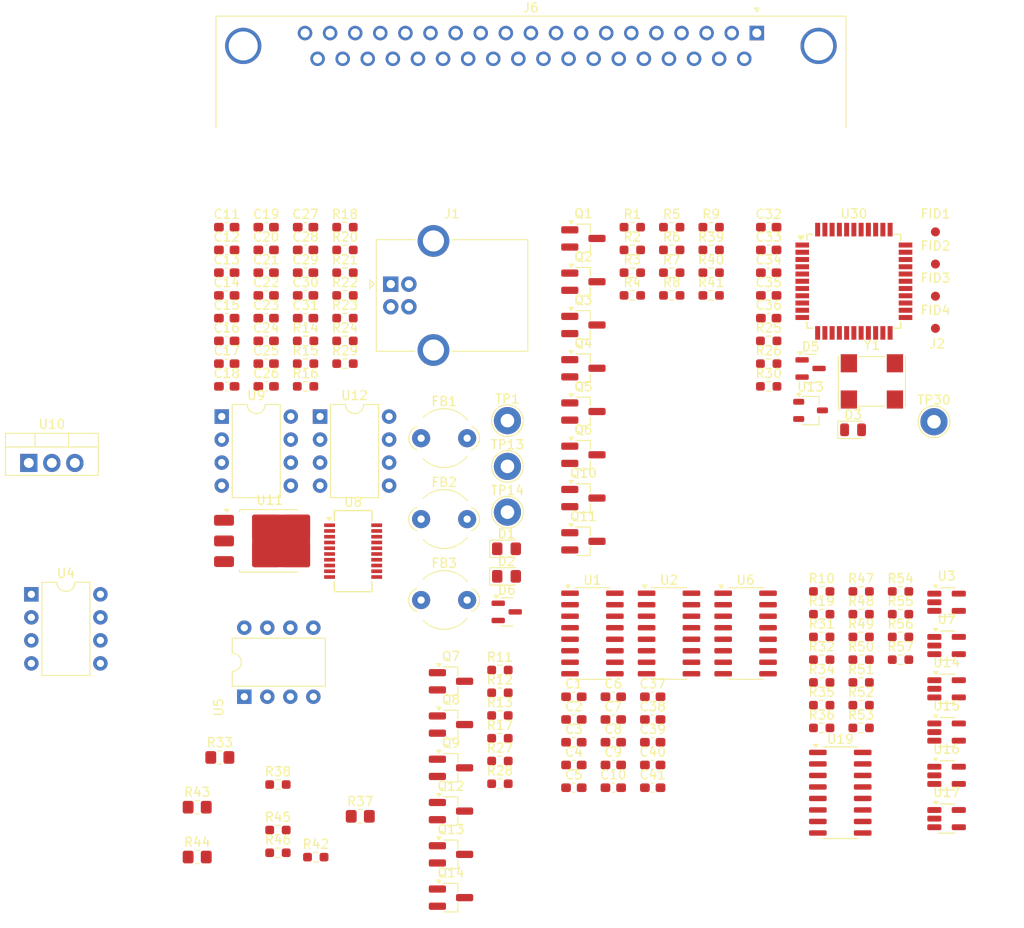
<source format=kicad_pcb>
(kicad_pcb (version 20240108) (generator "pcbnew") (generator_version "8.0")
  (layers (0 "F.Cu" signal) (31 "B.Cu" signal) (34 "B.Paste" user) (35 "F.Paste" user) (36 "B.SilkS" user "B.Silkscreen") (37 "F.SilkS" user "F.Silkscreen") (38 "B.Mask" user) (39 "F.Mask" user) (44 "Edge.Cuts" user))
  (net 0 "")
  (net 1 "Net-(U1-C1+)")
  (net 2 "Net-(U1-C1-)")
  (net 3 "Net-(U1-C2-)")
  (net 4 "Net-(U1-C2+)")
  (net 5 "Net-(U1-VS+)")
  (net 6 "GND")
  (net 7 "Net-(U1-VS-)")
  (net 8 "+3.3V")
  (net 9 "Net-(U2-C1+)")
  (net 10 "Net-(U2-C1-)")
  (net 11 "Net-(U2-C2+)")
  (net 12 "Net-(U2-C2-)")
  (net 13 "Net-(U2-VS-)")
  (net 14 "Net-(U2-VS+)")
  (net 15 "Net-(U8-VCC)")
  (net 16 "USB")
  (net 17 "Net-(U9-VCC)")
  (net 18 "Earth")
  (net 19 "Net-(C14-Pad1)")
  (net 20 "Net-(J1-VBUS)")
  (net 21 "Net-(C17-Pad1)")
  (net 22 "Net-(U10-VI)")
  (net 23 "Net-(D6-A)")
  (net 24 "Net-(D6-K)")
  (net 25 "Net-(C28-Pad1)")
  (net 26 "Net-(U12-VCC)")
  (net 27 "Net-(C33-Pad1)")
  (net 28 "Net-(C34-Pad1)")
  (net 29 "Net-(C35-Pad1)")
  (net 30 "Net-(C36-Pad1)")
  (net 31 "Net-(U6-C1-)")
  (net 32 "Net-(U6-C1+)")
  (net 33 "Net-(U6-C2-)")
  (net 34 "Net-(U6-C2+)")
  (net 35 "Net-(U6-VS-)")
  (net 36 "Net-(U6-VS+)")
  (net 37 "Net-(D1-K)")
  (net 38 "Net-(D1-A)")
  (net 39 "Net-(D2-K)")
  (net 40 "Net-(D2-A)")
  (net 41 "Net-(D3-A)")
  (net 42 "Net-(D5-K)")
  (net 43 "Net-(D5-A)")
  (net 46 "Net-(FB2-Pad1)")
  (net 48 "Net-(J1-D+)")
  (net 49 "Net-(J1-D-)")
  (net 51 "+24V")
  (net 52 "D_IN2_out")
  (net 53 "D_IN3_out")
  (net 54 "RX2_OUT_signal")
  (net 55 "RX1_OUT_signal")
  (net 56 "nfet_out4")
  (net 57 "hvout1_mboard")
  (net 58 "D_IN5_out")
  (net 59 "+5V")
  (net 60 "opto_output4")
  (net 61 "nfet_out6")
  (net 62 "nfet_out1")
  (net 63 "TX2_OUT_signal")
  (net 64 "hvout2_mboard")
  (net 65 "RS232_out3signal")
  (net 66 "D_IN4_out")
  (net 67 "opto_output2")
  (net 68 "opto_output3")
  (net 69 "TX1_OUT_signal")
  (net 70 "hvout4_mboard")
  (net 72 "nfet_out3")
  (net 73 "RS232_out1_signal")
  (net 74 "opto_output1")
  (net 75 "D_IN1_out")
  (net 76 "nfet_out5")
  (net 77 "nfet_out2")
  (net 78 "hvout3_mboard")
  (net 79 "D_IN6_out")
  (net 80 "Net-(Q1-D)")
  (net 81 "Net-(Q1-G)")
  (net 82 "Net-(Q2-G)")
  (net 83 "Net-(Q3-D)")
  (net 84 "Net-(Q3-G)")
  (net 85 "Net-(Q4-G)")
  (net 86 "Net-(Q5-D)")
  (net 87 "Net-(Q5-G)")
  (net 88 "Net-(Q6-G)")
  (net 89 "Net-(Q7-G)")
  (net 90 "Net-(Q8-G)")
  (net 91 "Net-(Q9-G)")
  (net 92 "Net-(Q10-D)")
  (net 93 "Net-(Q10-G)")
  (net 94 "Net-(Q11-G)")
  (net 95 "Net-(Q12-G)")
  (net 96 "Net-(Q13-G)")
  (net 97 "Net-(Q14-G)")
  (net 98 "hvcontrol1_microcontroller")
  (net 99 "hvcontrol2_microcontroller")
  (net 100 "hvcontrol3_microcontroller")
  (net 101 "Net-(R10-Pad1)")
  (net 102 "NFET_micro1")
  (net 103 "NFET_micro2")
  (net 104 "NFET_micro3")
  (net 107 "Net-(U9-C1)")
  (net 108 "Net-(U8-TXD)")
  (net 109 "NFET_micro4")
  (net 110 "Net-(U8-CBUS3)")
  (net 111 "Net-(U9-C2)")
  (net 112 "Net-(R19-Pad2)")
  (net 114 "/Power/RX1")
  (net 115 "/Power/RB1")
  (net 117 "Net-(U8-~{RESET})")
  (net 119 "Net-(U8-USBDP)")
  (net 120 "Net-(U8-USBDM)")
  (net 121 "Net-(U30-RD5{slash}P1B{slash}AN25)")
  (net 122 "Net-(Y1-EN)")
  (net 123 "NFET_micro5")
  (net 124 "NFET_micro6")
  (net 125 "Net-(U12-VO1)")
  (net 127 "Net-(R31-Pad2)")
  (net 128 "Net-(R32-Pad1)")
  (net 129 "Opto anode_1")
  (net 130 "Net-(U5-A1)")
  (net 131 "Net-(U19-1Y0)")
  (net 132 "Net-(R35-Pad2)")
  (net 133 "Net-(R36-Pad1)")
  (net 134 "Net-(U5-A2)")
  (net 135 "Opto anode_2")
  (net 136 "hvcontrol4_microcontroller")
  (net 137 "Net-(U4-A1)")
  (net 138 "Opto anode_3")
  (net 139 "Opto anode_4")
  (net 140 "Net-(U4-A2)")
  (net 141 "Net-(U19-1Y1)")
  (net 142 "Net-(U19-1Y2)")
  (net 143 "Net-(R49-Pad2)")
  (net 144 "Net-(R50-Pad1)")
  (net 145 "Net-(R51-Pad2)")
  (net 146 "Net-(R52-Pad1)")
  (net 147 "Net-(R53-Pad2)")
  (net 148 "Net-(R54-Pad1)")
  (net 149 "Net-(U19-1Y3)")
  (net 150 "Net-(U19-2Y0)")
  (net 151 "Net-(U19-2Y1)")
  (net 152 "RS232_in1_signal")
  (net 153 "RS232_TTL_out1_controller ")
  (net 154 "RS232_out2_signal")
  (net 155 "RS232_TTL_in2_controller")
  (net 156 "RS232_TTL_out2_controller")
  (net 157 "RS232_TTL_in1_controller")
  (net 158 "RS232_in2_signal")
  (net 159 "RS232_TTL_in3_controller")
  (net 160 "RS232_TTL_in4_controller")
  (net 161 "RS232_TTL_out4_controller")
  (net 162 "RS232_out4_signal")
  (net 163 "RS232_in3_signal")
  (net 164 "RS232_in4_signal")
  (net 165 "RS232_TTL_out3_controller ")
  (net 166 "RS232_out3_signal")
  (net 167 "D_IN1")
  (net 168 "Opto common3")
  (net 169 "Opto common4")
  (net 170 "Opto common1")
  (net 171 "Opto common2")
  (net 172 "RX_1_controller")
  (net 173 "TX_1_controller")
  (net 174 "RX_2_controller")
  (net 175 "TX_2_controller")
  (net 176 "D_IN4")
  (net 179 "Net-(U8-3V3OUT)")
  (net 192 "D_IN5")
  (net 193 "D_IN3")
  (net 194 "D_IN6")
  (net 195 "D_IN2")
  (net 203 "Net-(U30-OSC1{slash}CLKI{slash}RA7)")
  (net 204 "Net-(J2-Pin_5)")
  (net 232 "Net-(J2-Pin_4)")
  (footprint "Capacitor_SMD:C_0603_1608Metric_Pad1.08x0.95mm_HandSolder" (layer "F.Cu") (at 97.61 87.03)
    (property "Reference" "C24" (at 0 -1.43 0) (layer "F.SilkS"))
    (property "Value" "10uf")
    (pad "1" smd roundrect (at -0.8625 0) (size 1.075 0.95) (layers "F.Cu" "F.Paste" "F.Mask") (net 23 "Net-(D6-A)"))
    (pad "2" smd roundrect (at 0.8625 0) (size 1.075 0.95) (layers "F.Cu" "F.Paste" "F.Mask") (net 18 "Earth"))
  )
  (footprint "Package_TO_SOT_SMD:SOT-23_Handsoldering" (layer "F.Cu") (at 118.01 134.145)
    (property "Reference" "Q9" (at 0 -2.75 0) (layer "F.SilkS"))
    (property "Value" "BSS138")
    (pad "1" smd roundrect (at -1.5 -0.95) (size 1.9 0.8) (layers "F.Cu" "F.Paste" "F.Mask") (net 91 "Net-(Q9-G)"))
    (pad "2" smd roundrect (at -1.5 0.95) (size 1.9 0.8) (layers "F.Cu" "F.Paste" "F.Mask") (net 6 "GND"))
    (pad "3" smd roundrect (at 1.5 0) (size 1.9 0.8) (layers "F.Cu" "F.Paste" "F.Mask") (net 72 "nfet_out3"))
  )
  (footprint "Resistor_SMD:R_0603_1608Metric_Pad0.98x0.95mm_HandSolder" (layer "F.Cu") (at 146.72 79.5)
    (property "Reference" "R40" (at 0 -1.43 0) (layer "F.SilkS"))
    (property "Value" "10k")
    (pad "1" smd roundrect (at -0.9125 0) (size 0.975 0.95) (layers "F.Cu" "F.Paste" "F.Mask") (net 92 "Net-(Q10-D)"))
    (pad "2" smd roundrect (at 0.9125 0) (size 0.975 0.95) (layers "F.Cu" "F.Paste" "F.Mask") (net 94 "Net-(Q11-G)"))
  )
  (footprint "Capacitor_SMD:C_0603_1608Metric_Pad1.08x0.95mm_HandSolder" (layer "F.Cu") (at 93.26 74.48)
    (property "Reference" "C11" (at 0 -1.43 0) (layer "F.SilkS"))
    (property "Value" "10uf 50V")
    (pad "1" smd roundrect (at -0.8625 0) (size 1.075 0.95) (layers "F.Cu" "F.Paste" "F.Mask") (net 15 "Net-(U8-VCC)"))
    (pad "2" smd roundrect (at 0.8625 0) (size 1.075 0.95) (layers "F.Cu" "F.Paste" "F.Mask") (net 16 "USB"))
  )
  (footprint "Capacitor_SMD:C_0603_1608Metric_Pad1.08x0.95mm_HandSolder" (layer "F.Cu") (at 131.57 136.34)
    (property "Reference" "C5" (at 0 -1.43 0) (layer "F.SilkS"))
    (property "Value" "0.1uF")
    (pad "1" smd roundrect (at -0.8625 0) (size 1.075 0.95) (layers "F.Cu" "F.Paste" "F.Mask") (net 6 "GND"))
    (pad "2" smd roundrect (at 0.8625 0) (size 1.075 0.95) (layers "F.Cu" "F.Paste" "F.Mask") (net 8 "+3.3V"))
  )
  (footprint "Capacitor_SMD:C_0603_1608Metric_Pad1.08x0.95mm_HandSolder" (layer "F.Cu") (at 131.57 133.83)
    (property "Reference" "C4" (at 0 -1.43 0) (layer "F.SilkS"))
    (property "Value" "0.1uF")
    (pad "1" smd roundrect (at -0.8625 0) (size 1.075 0.95) (layers "F.Cu" "F.Paste" "F.Mask") (net 7 "Net-(U1-VS-)"))
    (pad "2" smd roundrect (at 0.8625 0) (size 1.075 0.95) (layers "F.Cu" "F.Paste" "F.Mask") (net 6 "GND"))
  )
  (footprint "Resistor_SMD:R_0603_1608Metric_Pad0.98x0.95mm_HandSolder" (layer "F.Cu") (at 123.41 135.9)
    (property "Reference" "R28" (at 0 -1.43 0) (layer "F.SilkS"))
    (property "Value" "1.5k")
    (pad "1" smd roundrect (at -0.9125 0) (size 0.975 0.95) (layers "F.Cu" "F.Paste" "F.Mask") (net 124 "NFET_micro6"))
    (pad "2" smd roundrect (at 0.9125 0) (size 0.975 0.95) (layers "F.Cu" "F.Paste" "F.Mask") (net 97 "Net-(Q14-G)"))
  )
  (footprint "Capacitor_SMD:C_0603_1608Metric_Pad1.08x0.95mm_HandSolder" (layer "F.Cu") (at 97.61 79.5)
    (property "Reference" "C21" (at 0 -1.43 0) (layer "F.SilkS"))
    (property "Value" "10uf_50V")
    (pad "1" smd roundrect (at -0.8625 0) (size 1.075 0.95) (layers "F.Cu" "F.Paste" "F.Mask") (net 22 "Net-(U10-VI)"))
    (pad "2" smd roundrect (at 0.8625 0) (size 1.075 0.95) (layers "F.Cu" "F.Paste" "F.Mask") (net 18 "Earth"))
  )
  (footprint "Resistor_SMD:R_0603_1608Metric_Pad0.98x0.95mm_HandSolder" (layer "F.Cu") (at 163.27 124.72)
    (property "Reference" "R51" (at 0 -1.43 0) (layer "F.SilkS"))
    (property "Value" "10k")
    (pad "1" smd roundrect (at -0.9125 0) (size 0.975 0.95) (layers "F.Cu" "F.Paste" "F.Mask") (net 59 "+5V"))
    (pad "2" smd roundrect (at 0.9125 0) (size 0.975 0.95) (layers "F.Cu" "F.Paste" "F.Mask") (net 145 "Net-(R51-Pad2)"))
  )
  (footprint "Package_DIP:DIP-8_W7.62mm" (layer "F.Cu") (at 92.71 95.38)
    (property "Reference" "U9" (at 3.81 -2.33 0) (layer "F.SilkS"))
    (property "Value" "HCPL-2630")
    (pad "1" thru_hole rect (at 0 0) (size 1.6 1.6) (drill 0.8) (layers "*.Cu" "*.Mask"))
    (pad "2" thru_hole oval (at 0 2.54) (size 1.6 1.6) (drill 0.8) (layers "*.Cu" "*.Mask") (net 107 "Net-(U9-C1)"))
    (pad "3" thru_hole oval (at 0 5.08) (size 1.6 1.6) (drill 0.8) (layers "*.Cu" "*.Mask") (net 111 "Net-(U9-C2)"))
    (pad "4" thru_hole oval (at 0 7.62) (size 1.6 1.6) (drill 0.8) (layers "*.Cu" "*.Mask"))
    (pad "5" thru_hole oval (at 7.62 7.62) (size 1.6 1.6) (drill 0.8) (layers "*.Cu" "*.Mask") (net 18 "Earth"))
    (pad "6" thru_hole oval (at 7.62 5.08) (size 1.6 1.6) (drill 0.8) (layers "*.Cu" "*.Mask") (net 115 "/Power/RB1"))
    (pad "7" thru_hole oval (at 7.62 2.54) (size 1.6 1.6) (drill 0.8) (layers "*.Cu" "*.Mask") (net 114 "/Power/RX1"))
    (pad "8" thru_hole oval (at 7.62 0) (size 1.6 1.6) (drill 0.8) (layers "*.Cu" "*.Mask") (net 17 "Net-(U9-VCC)"))
  )
  (footprint "LED_SMD:LED_0805_2012Metric" (layer "F.Cu") (at 162.38 96.845)
    (property "Reference" "D3" (at 0 -1.65 0) (layer "F.SilkS"))
    (property "Value" "LED")
    (pad "1" smd roundrect (at -0.9375 0) (size 0.975 1.4) (layers "F.Cu" "F.Paste" "F.Mask") (net 6 "GND"))
    (pad "2" smd roundrect (at 0.9375 0) (size 0.975 1.4) (layers "F.Cu" "F.Paste" "F.Mask") (net 41 "Net-(D3-A)"))
  )
  (footprint "Resistor_SMD:R_0603_1608Metric_Pad0.98x0.95mm_HandSolder" (layer "F.Cu") (at 138.02 76.99)
    (property "Reference" "R2" (at 0 -1.43 0) (layer "F.SilkS"))
    (property "Value" "10k")
    (pad "1" smd roundrect (at -0.9125 0) (size 0.975 0.95) (layers "F.Cu" "F.Paste" "F.Mask") (net 80 "Net-(Q1-D)"))
    (pad "2" smd roundrect (at 0.9125 0) (size 0.975 0.95) (layers "F.Cu" "F.Paste" "F.Mask") (net 82 "Net-(Q2-G)"))
  )
  (footprint "Capacitor_SMD:C_0603_1608Metric_Pad1.08x0.95mm_HandSolder" (layer "F.Cu") (at 93.26 79.5)
    (property "Reference" "C13" (at 0 -1.43 0) (layer "F.SilkS"))
    (property "Value" "0.1u")
    (pad "1" smd roundrect (at -0.8625 0) (size 1.075 0.95) (layers "F.Cu" "F.Paste" "F.Mask") (net 17 "Net-(U9-VCC)"))
    (pad "2" smd roundrect (at 0.8625 0) (size 1.075 0.95) (layers "F.Cu" "F.Paste" "F.Mask") (net 18 "Earth"))
  )
  (footprint "Connector_Dsub:DSUB-37_Female_Horizontal_P2.77x2.84mm_EdgePinOffset7.70mm_Housed_MountingHolesOffset9.12mm" (layer "F.Cu") (at 151.76 53.059338)
    (property "Reference" "J6" (at -24.93 -2.8 0) (layer "F.SilkS"))
    (property "Value" "DC37_Receptacle_MountingHoles")
    (pad "0" thru_hole circle (at -56.68 1.42) (size 4 4) (drill 3.2) (layers "*.Cu" "*.Mask") (net 6 "GND"))
    (pad "0" thru_hole circle (at 6.82 1.42) (size 4 4) (drill 3.2) (layers "*.Cu" "*.Mask") (net 6 "GND"))
    (pad "1" thru_hole rect (at 0 0) (size 1.6 1.6) (drill 1) (layers "*.Cu" "*.Mask") (net 8 "+3.3V"))
    (pad "2" thru_hole circle (at -2.77 0) (size 1.6 1.6) (drill 1) (layers "*.Cu" "*.Mask") (net 6 "GND"))
    (pad "3" thru_hole circle (at -5.54 0) (size 1.6 1.6) (drill 1) (layers "*.Cu" "*.Mask") (net 55 "RX1_OUT_signal"))
    (pad "4" thru_hole circle (at -8.31 0) (size 1.6 1.6) (drill 1) (layers "*.Cu" "*.Mask") (net 69 "TX1_OUT_signal"))
    (pad "5" thru_hole circle (at -11.08 0) (size 1.6 1.6) (drill 1) (layers "*.Cu" "*.Mask") (net 52 "D_IN2_out"))
    (pad "6" thru_hole circle (at -13.85 0) (size 1.6 1.6) (drill 1) (layers "*.Cu" "*.Mask") (net 66 "D_IN4_out"))
    (pad "7" thru_hole circle (at -16.62 0) (size 1.6 1.6) (drill 1) (layers "*.Cu" "*.Mask") (net 79 "D_IN6_out"))
    (pad "8" thru_hole circle (at -19.39 0) (size 1.6 1.6) (drill 1) (layers "*.Cu" "*.Mask") (net 73 "RS232_out1_signal"))
    (pad "9" thru_hole circle (at -22.16 0) (size 1.6 1.6) (drill 1) (layers "*.Cu" "*.Mask") (net 77 "nfet_out2"))
    (pad "10" thru_hole circle (at -24.93 0) (size 1.6 1.6) (drill 1) (layers "*.Cu" "*.Mask") (net 56 "nfet_out4"))
    (pad "11" thru_hole circle (at -27.7 0) (size 1.6 1.6) (drill 1) (layers "*.Cu" "*.Mask") (net 61 "nfet_out6"))
    (pad "12" thru_hole circle (at -30.47 0) (size 1.6 1.6) (drill 1) (layers "*.Cu" "*.Mask") (net 68 "opto_output3"))
    (pad "13" thru_hole circle (at -33.24 0) (size 1.6 1.6) (drill 1) (layers "*.Cu" "*.Mask") (net 74 "opto_output1"))
    (pad "14" thru_hole circle (at -36.01 0) (size 1.6 1.6) (drill 1) (layers "*.Cu" "*.Mask") (net 51 "+24V"))
    (pad "15" thru_hole circle (at -38.78 0) (size 1.6 1.6) (drill 1) (layers "*.Cu" "*.Mask") (net 6 "GND"))
    (pad "16" thru_hole circle (at -41.55 0) (size 1.6 1.6) (drill 1) (layers "*.Cu" "*.Mask") (net 57 "hvout1_mboard"))
    (pad "17" thru_hole circle (at -44.32 0) (size 1.6 1.6) (drill 1) (layers "*.Cu" "*.Mask") (net 78 "hvout3_mboard"))
    (pad "18" thru_hole circle (at -47.09 0) (size 1.6 1.6) (drill 1) (layers "*.Cu" "*.Mask") (net 59 "+5V"))
    (pad "19" thru_hole circle (at -49.86 0) (size 1.6 1.6) (drill 1) (layers "*.Cu" "*.Mask"))
    (pad "20" thru_hole circle (at -1.385 2.84) (size 1.6 1.6) (drill 1) (layers "*.Cu" "*.Mask") (net 6 "GND"))
    (pad "21" thru_hole circle (at -4.155 2.84) (size 1.6 1.6) (drill 1) (layers "*.Cu" "*.Mask") (net 54 "RX2_OUT_signal"))
    (pad "22" thru_hole circle (at -6.925 2.84) (size 1.6 1.6) (drill 1) (layers "*.Cu" "*.Mask") (net 63 "TX2_OUT_signal"))
    (pad "23" thru_hole circle (at -9.695 2.84) (size 1.6 1.6) (drill 1) (layers "*.Cu" "*.Mask") (net 75 "D_IN1_out"))
    (pad "24" thru_hole circle (at -12.465 2.84) (size 1.6 1.6) (drill 1) (layers "*.Cu" "*.Mask") (net 53 "D_IN3_out"))
    (pad "25" thru_hole circle (at -15.235 2.84) (size 1.6 1.6) (drill 1) (layers "*.Cu" "*.Mask") (net 58 "D_IN5_out"))
    (pad "26" thru_hole circle (at -18.005 2.84) (size 1.6 1.6) (drill 1) (layers "*.Cu" "*.Mask") (net 65 "RS232_out3signal"))
    (pad "27" thru_hole circle (at -20.775 2.84) (size 1.6 1.6) (drill 1) (layers "*.Cu" "*.Mask") (net 62 "nfet_out1"))
    (pad "28" thru_hole circle (at -23.545 2.84) (size 1.6 1.6) (drill 1) (layers "*.Cu" "*.Mask") (net 72 "nfet_out3"))
    (pad "29" thru_hole circle (at -26.315 2.84) (size 1.6 1.6) (drill 1) (layers "*.Cu" "*.Mask") (net 76 "nfet_out5"))
    (pad "30" thru_hole circle (at -29.085 2.84) (size 1.6 1.6) (drill 1) (layers "*.Cu" "*.Mask") (net 60 "opto_output4"))
    (pad "31" thru_hole circle (at -31.855 2.84) (size 1.6 1.6) (drill 1) (layers "*.Cu" "*.Mask") (net 67 "opto_output2"))
    (pad "32" thru_hole circle (at -34.625 2.84) (size 1.6 1.6) (drill 1) (layers "*.Cu" "*.Mask") (net 51 "+24V"))
    (pad "33" thru_hole circle (at -37.395 2.84) (size 1.6 1.6) (drill 1) (layers "*.Cu" "*.Mask") (net 6 "GND"))
    (pad "34" thru_hole circle (at -40.165 2.84) (size 1.6 1.6) (drill 1) (layers "*.Cu" "*.Mask") (net 59 "+5V"))
    (pad "35" thru_hole circle (at -42.935 2.84) (size 1.6 1.6) (drill 1) (layers "*.Cu" "*.Mask") (net 64 "hvout2_mboard"))
    (pad "36" thru_hole circle (at -45.705 2.84) (size 1.6 1.6) (drill 1) (layers "*.Cu" "*.Mask") (net 70 "hvout4_mboard"))
    (pad "37" thru_hole circle (at -48.475 2.84) (size 1.6 1.6) (drill 1) (layers "*.Cu" "*.Mask"))
  )
  (footprint "Capacitor_SMD:C_0603_1608Metric_Pad1.08x0.95mm_HandSolder" (layer "F.Cu") (at 97.61 74.48)
    (property "Reference" "C19" (at 0 -1.43 0) (layer "F.SilkS"))
    (property "Value" "10uf_50V")
    (pad "1" smd roundrect (at -0.8625 0) (size 1.075 0.95) (layers "F.Cu" "F.Paste" "F.Mask") (net 21 "Net-(C17-Pad1)"))
    (pad "2" smd roundrect (at 0.8625 0) (size 1.075 0.95) (layers "F.Cu" "F.Paste" "F.Mask") (net 18 "Earth"))
  )
  (footprint "Package_TO_SOT_SMD:SOT-23-5_HandSoldering" (layer "F.Cu") (at 172.7 139.75)
    (property "Reference" "U17" (at 0 -2.9 0) (layer "F.SilkS"))
    (property "Value" "74AHCT1G126")
    (pad "1" smd roundrect (at -1.35 -0.95) (size 1.56 0.65) (layers "F.Cu" "F.Paste" "F.Mask") (net 132 "Net-(R35-Pad2)"))
    (pad "2" smd roundrect (at -1.35 0) (size 1.56 0.65) (layers "F.Cu" "F.Paste" "F.Mask") (net 195 "D_IN2"))
    (pad "3" smd roundrect (at -1.35 0.95) (size 1.56 0.65) (layers "F.Cu" "F.Paste" "F.Mask") (net 6 "GND"))
    (pad "4" smd roundrect (at 1.35 0.95) (size 1.56 0.65) (layers "F.Cu" "F.Paste" "F.Mask") (net 133 "Net-(R36-Pad1)"))
    (pad "5" smd roundrect (at 1.35 -0.95) (size 1.56 0.65) (layers "F.Cu" "F.Paste" "F.Mask") (net 59 "+5V"))
  )
  (footprint "Capacitor_SMD:C_0603_1608Metric_Pad1.08x0.95mm_HandSolder" (layer "F.Cu") (at 101.96 82.01)
    (property "Reference" "C30" (at 0 -1.43 0) (layer "F.SilkS"))
    (property "Value" "0.1uf")
    (pad "1" smd roundrect (at -0.8625 0) (size 1.075 0.95) (layers "F.Cu" "F.Paste" "F.Mask") (net 25 "Net-(C28-Pad1)"))
    (pad "2" smd roundrect (at 0.8625 0) (size 1.075 0.95) (layers "F.Cu" "F.Paste" "F.Mask") (net 16 "USB"))
  )
  (footprint "Resistor_SMD:R_0603_1608Metric_Pad0.98x0.95mm_HandSolder" (layer "F.Cu") (at 158.92 117.19)
    (property "Reference" "R19" (at 0 -1.43 0) (layer "F.SilkS"))
    (property "Value" "10k")
    (pad "1" smd roundrect (at -0.9125 0) (size 0.975 0.95) (layers "F.Cu" "F.Paste" "F.Mask") (net 59 "+5V"))
    (pad "2" smd roundrect (at 0.9125 0) (size 0.975 0.95) (layers "F.Cu" "F.Paste" "F.Mask") (net 112 "Net-(R19-Pad2)"))
  )
  (footprint "Capacitor_SMD:C_0603_1608Metric_Pad1.08x0.95mm_HandSolder" (layer "F.Cu") (at 153.07 79.5)
    (property "Reference" "C34" (at 0 -1.43 0) (layer "F.SilkS"))
    (property "Value" "0.1u")
    (pad "1" smd roundrect (at -0.8625 0) (size 1.075 0.95) (layers "F.Cu" "F.Paste" "F.Mask") (net 28 "Net-(C34-Pad1)"))
    (pad "2" smd roundrect (at 0.8625 0) (size 1.075 0.95) (layers "F.Cu" "F.Paste" "F.Mask") (net 6 "GND"))
  )
  (footprint "Capacitor_SMD:C_0603_1608Metric_Pad1.08x0.95mm_HandSolder" (layer "F.Cu") (at 135.92 128.81)
    (property "Reference" "C7" (at 0 -1.43 0) (layer "F.SilkS"))
    (property "Value" "0.1uF")
    (pad "1" smd roundrect (at -0.8625 0) (size 1.075 0.95) (layers "F.Cu" "F.Paste" "F.Mask") (net 6 "GND"))
    (pad "2" smd roundrect (at 0.8625 0) (size 1.075 0.95) (layers "F.Cu" "F.Paste" "F.Mask") (net 8 "+3.3V"))
  )
  (footprint "Ferrite_THT:LairdTech_28C0236-0JW-10" (layer "F.Cu") (at 114.712832 97.77)
    (property "Reference" "FB1" (at 2.54 -4.064 0) (layer "F.SilkS"))
    (property "Value" "FerriteBead")
    (pad "1" thru_hole circle (at 0 0) (size 2 2) (drill 0.8) (layers "*.Cu" "*.Mask") (net 20 "Net-(J1-VBUS)"))
    (pad "2" thru_hole circle (at 5.08 0) (size 2 2) (drill 0.8) (layers "*.Cu" "*.Mask") (net 15 "Net-(U8-VCC)"))
  )
  (footprint "Capacitor_SMD:C_0603_1608Metric_Pad1.08x0.95mm_HandSolder" (layer "F.Cu") (at 135.92 136.34)
    (property "Reference" "C10" (at 0 -1.43 0) (layer "F.SilkS"))
    (property "Value" "0.1uF")
    (pad "1" smd roundrect (at -0.8625 0) (size 1.075 0.95) (layers "F.Cu" "F.Paste" "F.Mask") (net 14 "Net-(U2-VS+)"))
    (pad "2" smd roundrect (at 0.8625 0) (size 1.075 0.95) (layers "F.Cu" "F.Paste" "F.Mask") (net 6 "GND"))
  )
  (footprint "Capacitor_SMD:C_0603_1608Metric_Pad1.08x0.95mm_HandSolder" (layer "F.Cu") (at 97.61 82.01)
    (property "Reference" "C22" (at 0 -1.43 0) (layer "F.SilkS"))
    (property "Value" "10uf")
    (pad "1" smd roundrect (at -0.8625 0) (size 1.075 0.95) (layers "F.Cu" "F.Paste" "F.Mask") (net 23 "Net-(D6-A)"))
    (pad "2" smd roundrect (at 0.8625 0) (size 1.075 0.95) (layers "F.Cu" "F.Paste" "F.Mask") (net 18 "Earth"))
  )
  (footprint "Package_TO_SOT_SMD:SOT-23" (layer "F.Cu") (at 157.69 90.075)
    (property "Reference" "D5" (at 0 -2.4 0) (layer "F.SilkS"))
    (property "Value" "PMEG4010ET")
    (pad "1" smd roundrect (at -0.9375 -0.95) (size 1.475 0.6) (layers "F.Cu" "F.Paste" "F.Mask") (net 43 "Net-(D5-A)"))
    (pad "2" smd roundrect (at -0.9375 0.95) (size 1.475 0.6) (layers "F.Cu" "F.Paste" "F.Mask"))
    (pad "3" smd roundrect (at 0.9375 0) (size 1.475 0.6) (layers "F.Cu" "F.Paste" "F.Mask") (net 42 "Net-(D5-K)"))
  )
  (footprint "Resistor_SMD:R_0603_1608Metric_Pad0.98x0.95mm_HandSolder" (layer "F.Cu") (at 106.31 87.03)
    (property "Reference" "R24" (at 0 -1.43 0) (layer "F.SilkS"))
    (property "Value" "27")
    (pad "1" smd roundrect (at -0.9125 0) (size 0.975 0.95) (layers "F.Cu" "F.Paste" "F.Mask") (net 120 "Net-(U8-USBDM)"))
    (pad "2" smd roundrect (at 0.9125 0) (size 0.975 0.95) (layers "F.Cu" "F.Paste" "F.Mask") (net 49 "Net-(J1-D-)"))
  )
  (footprint "Package_TO_SOT_SMD:SOT-23_Handsoldering" (layer "F.Cu") (at 118.01 143.695)
    (property "Reference" "Q13" (at 0 -2.75 0) (layer "F.SilkS"))
    (property "Value" "BSS138")
    (pad "1" smd roundrect (at -1.5 -0.95) (size 1.9 0.8) (layers "F.Cu" "F.Paste" "F.Mask") (net 96 "Net-(Q13-G)"))
    (pad "2" smd roundrect (at -1.5 0.95) (size 1.9 0.8) (layers "F.Cu" "F.Paste" "F.Mask") (net 6 "GND"))
    (pad "3" smd roundrect (at 1.5 0) (size 1.9 0.8) (layers "F.Cu" "F.Paste" "F.Mask") (net 56 "nfet_out4"))
  )
  (footprint "Package_DIP:DIP-8_W7.62mm" (layer "F.Cu") (at 71.7 115)
    (property "Reference" "U4" (at 3.81 -2.33 0) (layer "F.SilkS"))
    (property "Value" "HCPL-2630")
    (pad "1" thru_hole rect (at 0 0) (size 1.6 1.6) (drill 0.8) (layers "*.Cu" "*.Mask") (net 137 "Net-(U4-A1)"))
    (pad "2" thru_hole oval (at 0 2.54) (size 1.6 1.6) (drill 0.8) (layers "*.Cu" "*.Mask") (net 168 "Opto common3"))
    (pad "3" thru_hole oval (at 0 5.08) (size 1.6 1.6) (drill 0.8) (layers "*.Cu" "*.Mask") (net 169 "Opto common4"))
    (pad "4" thru_hole oval (at 0 7.62) (size 1.6 1.6) (drill 0.8) (layers "*.Cu" "*.Mask") (net 140 "Net-(U4-A2)"))
    (pad "5" thru_hole oval (at 7.62 7.62) (size 1.6 1.6) (drill 0.8) (layers "*.Cu" "*.Mask") (net 6 "GND"))
    (pad "6" thru_hole oval (at 7.62 5.08) (size 1.6 1.6) (drill 0.8) (layers "*.Cu" "*.Mask") (net 60 "opto_output4"))
    (pad "7" thru_hole oval (at 7.62 2.54) (size 1.6 1.6) (drill 0.8) (layers "*.Cu" "*.Mask") (net 68 "opto_output3"))
    (pad "8" thru_hole oval (at 7.62 0) (size 1.6 1.6) (drill 0.8) (layers "*.Cu" "*.Mask") (net 59 "+5V"))
  )
  (footprint "Capacitor_SMD:C_0603_1608Metric_Pad1.08x0.95mm_HandSolder" (layer "F.Cu") (at 135.92 131.32)
    (property "Reference" "C8" (at 0 -1.43 0) (layer "F.SilkS"))
    (property "Value" "0.1uF")
    (pad "1" smd roundrect (at -0.8625 0) (size 1.075 0.95) (layers "F.Cu" "F.Paste" "F.Mask") (net 11 "Net-(U2-C2+)"))
    (pad "2" smd roundrect (at 0.8625 0) (size 1.075 0.95) (layers "F.Cu" "F.Paste" "F.Mask") (net 12 "Net-(U2-C2-)"))
  )
  (footprint "Capacitor_SMD:C_0603_1608Metric_Pad1.08x0.95mm_HandSolder" (layer "F.Cu") (at 97.61 84.52)
    (property "Reference" "C23" (at 0 -1.43 0) (layer "F.SilkS"))
    (property "Value" "0.1uf")
    (pad "1" smd roundrect (at -0.8625 0) (size 1.075 0.95) (layers "F.Cu" "F.Paste" "F.Mask") (net 23 "Net-(D6-A)"))
    (pad "2" smd roundrect (at 0.8625 0) (size 1.075 0.95) (layers "F.Cu" "F.Paste" "F.Mask") (net 18 "Earth"))
  )
  (footprint "Package_TO_SOT_SMD:SOT-23_Handsoldering" (layer "F.Cu") (at 132.62 99.6)
    (property "Reference" "Q6" (at 0 -2.75 0) (layer "F.SilkS"))
    (property "Value" "Q_PMOS_GSD")
    (pad "1" smd roundrect (at -1.5 -0.95) (size 1.9 0.8) (layers "F.Cu" "F.Paste" "F.Mask") (net 88 "Net-(Q6-G)"))
    (pad "2" smd roundrect (at -1.5 0.95) (size 1.9 0.8) (layers "F.Cu" "F.Paste" "F.Mask") (net 51 "+24V"))
    (pad "3" smd roundrect (at 1.5 0) (size 1.9 0.8) (layers "F.Cu" "F.Paste" "F.Mask") (net 78 "hvout3_mboard"))
  )
  (footprint "Resistor_SMD:R_0603_1608Metric_Pad0.98x0.95mm_HandSolder" (layer "F.Cu") (at 158.92 129.74)
    (property "Reference" "R36" (at 0 -1.43 0) (layer "F.SilkS"))
    (property "Value" "100")
    (pad "1" smd roundrect (at -0.9125 0) (size 0.975 0.95) (layers "F.Cu" "F.Paste" "F.Mask") (net 133 "Net-(R36-Pad1)"))
    (pad "2" smd roundrect (at 0.9125 0) (size 0.975 0.95) (layers "F.Cu" "F.Paste" "F.Mask") (net 52 "D_IN2_out"))
  )
  (footprint "Capacitor_SMD:C_0603_1608Metric_Pad1.08x0.95mm_HandSolder" (layer "F.Cu") (at 97.61 89.54)
    (property "Reference" "C25" (at 0 -1.43 0) (layer "F.SilkS"))
    (property "Value" "0.1uf")
    (pad "1" smd roundrect (at -0.8625 0) (size 1.075 0.95) (layers "F.Cu" "F.Paste" "F.Mask") (net 24 "Net-(D6-K)"))
    (pad "2" smd roundrect (at 0.8625 0) (size 1.075 0.95) (layers "F.Cu" "F.Paste" "F.Mask") (net 18 "Earth"))
  )
  (footprint "Resistor_SMD:R_0603_1608Metric_Pad0.98x0.95mm_HandSolder" (layer "F.Cu") (at 98.9125 135.99)
    (property "Reference" "R38" (at 0 -1.43 0) (layer "F.SilkS"))
    (property "Value" "10k")
    (pad "1" smd roundrect (at -0.9125 0) (size 0.975 0.95) (layers "F.Cu" "F.Paste" "F.Mask") (net 8 "+3.3V"))
    (pad "2" smd roundrect (at 0.9125 0) (size 0.975 0.95) (layers "F.Cu" "F.Paste" "F.Mask") (net 74 "opto_output1"))
  )
  (footprint "Capacitor_SMD:C_0603_1608Metric_Pad1.08x0.95mm_HandSolder" (layer "F.Cu") (at 101.96 74.48)
    (property "Reference" "C27" (at 0 -1.43 0) (layer "F.SilkS"))
    (property "Value" "22uF")
    (pad "1" smd roundrect (at -0.8625 0) (size 1.075 0.95) (layers "F.Cu" "F.Paste" "F.Mask") (net 24 "Net-(D6-K)"))
    (pad "2" smd roundrect (at 0.8625 0) (size 1.075 0.95) (layers "F.Cu" "F.Paste" "F.Mask") (net 18 "Earth"))
  )
  (footprint "Resistor_SMD:R_0805_2012Metric_Pad1.20x1.40mm_HandSolder" (layer "F.Cu") (at 90 138.49)
    (property "Reference" "R43" (at 0 -1.65 0) (layer "F.SilkS"))
    (property "Value" "1.5k")
    (pad "1" smd roundrect (at -1 0) (size 1.2 1.4) (layers "F.Cu" "F.Paste" "F.Mask") (roundrect_rratio 0.208333) (net 138 "Opto anode_3"))
    (pad "2" smd roundrect (at 1 0) (size 1.2 1.4) (layers "F.Cu" "F.Paste" "F.Mask") (roundrect_rratio 0.208333) (net 137 "Net-(U4-A1)"))
  )
  (footprint "Package_SO:SOIC-16_3.9x9.9mm_P1.27mm" (layer "F.Cu") (at 142.07 119.32)
    (property "Reference" "U2" (at 0 -5.9 0) (layer "F.SilkS"))
    (property "Value" "ICL3232")
    (pad "1" smd roundrect (at -2.475 -4.445) (size 1.95 0.6) (layers "F.Cu" "F.Paste" "F.Mask") (net 9 "Net-(U2-C1+)"))
    (pad "2" smd roundrect (at -2.475 -3.175) (size 1.95 0.6) (layers "F.Cu" "F.Paste" "F.Mask") (net 14 "Net-(U2-VS+)"))
    (pad "3" smd roundrect (at -2.475 -1.905) (size 1.95 0.6) (layers "F.Cu" "F.Paste" "F.Mask") (net 10 "Net-(U2-C1-)"))
    (pad "4" smd roundrect (at -2.475 -0.635) (size 1.95 0.6) (layers "F.Cu" "F.Paste" "F.Mask") (net 11 "Net-(U2-C2+)"))
    (pad "5" smd roundrect (at -2.475 0.635) (size 1.95 0.6) (layers "F.Cu" "F.Paste" "F.Mask") (net 12 "Net-(U2-C2-)"))
    (pad "6" smd roundrect (at -2.475 1.905) (size 1.95 0.6) (layers "F.Cu" "F.Paste" "F.Mask") (net 13 "Net-(U2-VS-)"))
    (pad "7" smd roundrect (at -2.475 3.175) (size 1.95 0.6) (layers "F.Cu" "F.Paste" "F.Mask") (net 162 "RS232_out4_signal"))
    (pad "8" smd roundrect (at -2.475 4.445) (size 1.95 0.6) (layers "F.Cu" "F.Paste" "F.Mask") (net 164 "RS232_in4_signal"))
    (pad "9" smd roundrect (at 2.475 4.445) (size 1.95 0.6) (layers "F.Cu" "F.Paste" "F.Mask") (net 160 "RS232_TTL_in4_controller"))
    (pad "10" smd roundrect (at 2.475 3.175) (size 1.95 0.6) (layers "F.Cu" "F.Paste" "F.Mask") (net 161 "RS232_TTL_out4_controller"))
    (pad "11" smd roundrect (at 2.475 1.905) (size 1.95 0.6) (layers "F.Cu" "F.Paste" "F.Mask") (net 165 "RS232_TTL_out3_controller "))
    (pad "12" smd roundrect (at 2.475 0.635) (size 1.95 0.6) (layers "F.Cu" "F.Paste" "F.Mask") (net 159 "RS232_TTL_in3_controller"))
    (pad "13" smd roundrect (at 2.475 -0.635) (size 1.95 0.6) (layers "F.Cu" "F.Paste" "F.Mask") (net 163 "RS232_in3_signal"))
    (pad "14" smd roundrect (at 2.475 -1.905) (size 1.95 0.6) (layers "F.Cu" "F.Paste" "F.Mask") (net 166 "RS232_out3_signal"))
    (pad "15" smd roundrect (at 2.475 -3.175) (size 1.95 0.6) (layers "F.Cu" "F.Paste" "F.Mask") (net 6 "GND"))
    (pad "16" smd roundrect (at 2.475 -4.445) (size 1.95 0.6) (layers "F.Cu" "F.Paste" "F.Mask") (net 8 "+3.3V"))
  )
  (footprint "Capacitor_SMD:C_0603_1608Metric_Pad1.08x0.95mm_HandSolder" (layer "F.Cu") (at 135.92 133.83)
    (property "Reference" "C9" (at 0 -1.43 0) (layer "F.SilkS"))
    (property "Value" "0.1uF")
    (pad "1" smd roundrect (at -0.8625 0) (size 1.075 0.95) (layers "F.Cu" "F.Paste" "F.Mask") (net 13 "Net-(U2-VS-)"))
    (pad "2" smd roundrect (at 0.8625 0) (size 1.075 0.95) (layers "F.Cu" "F.Paste" "F.Mask") (net 6 "GND"))
  )
  (footprint "Resistor_SMD:R_0603_1608Metric_Pad0.98x0.95mm_HandSolder" (layer "F.Cu") (at 101.96 92.05)
    (property "Reference" "R16" (at 0 -1.43 0) (layer "F.SilkS"))
    (property "Value" "180")
    (pad "1" smd roundrect (at -0.9125 0) (size 0.975 0.95) (layers "F.Cu" "F.Paste" "F.Mask") (net 108 "Net-(U8-TXD)"))
    (pad "2" smd roundrect (at 0.9125 0) (size 0.975 0.95) (layers "F.Cu" "F.Paste" "F.Mask") (net 107 "Net-(U9-C1)"))
  )
  (footprint "Capacitor_SMD:C_0603_1608Metric_Pad1.08x0.95mm_HandSolder" (layer "F.Cu") (at 131.57 131.32)
    (property "Reference" "C3" (at 0 -1.43 0) (layer "F.SilkS"))
    (property "Value" "0.1uF")
    (pad "1" smd roundrect (at -0.8625 0) (size 1.075 0.95) (layers "F.Cu" "F.Paste" "F.Mask") (net 5 "Net-(U1-VS+)"))
    (pad "2" smd roundrect (at 0.8625 0) (size 1.075 0.95) (layers "F.Cu" "F.Paste" "F.Mask") (net 6 "GND"))
  )
  (footprint "Package_TO_SOT_SMD:SOT-23_Handsoldering" (layer "F.Cu") (at 132.62 85.275)
    (property "Reference" "Q3" (at 0 -2.75 0) (layer "F.SilkS"))
    (property "Value" "BSS138")
    (pad "1" smd roundrect (at -1.5 -0.95) (size 1.9 0.8) (layers "F.Cu" "F.Paste" "F.Mask") (net 84 "Net-(Q3-G)"))
    (pad "2" smd roundrect (at -1.5 0.95) (size 1.9 0.8) (layers "F.Cu" "F.Paste" "F.Mask") (net 6 "GND"))
    (pad "3" smd roundrect (at 1.5 0) (size 1.9 0.8) (layers "F.Cu" "F.Paste" "F.Mask") (net 83 "Net-(Q3-D)"))
  )
  (footprint "TestPoint:TestPoint_THTPad_D3.0mm_Drill1.5mm" (layer "F.Cu") (at 124.24 100.88)
    (property "Reference" "TP13" (at 0 -2.398 0) (layer "F.SilkS"))
    (property "Value" "TestPoint")
    (pad "1" thru_hole circle (at 0 0) (size 3 3) (drill 1.5) (layers "*.Cu" "*.Mask") (net 23 "Net-(D6-A)"))
  )
  (footprint "Capacitor_SMD:C_0603_1608Metric_Pad1.08x0.95mm_HandSolder" (layer "F.Cu") (at 97.61 76.99)
    (property "Reference" "C20" (at 0 -1.43 0) (layer "F.SilkS"))
    (property "Value" "0.1uf")
    (pad "1" smd roundrect (at -0.8625 0) (size 1.075 0.95) (layers "F.Cu" "F.Paste" "F.Mask") (net 22 "Net-(U10-VI)"))
    (pad "2" smd roundrect (at 0.8625 0) (size 1.075 0.95) (layers "F.Cu" "F.Paste" "F.Mask") (net 18 "Earth"))
  )
  (footprint "Package_SO:SOIC-16_3.9x9.9mm_P1.27mm" (layer "F.Cu") (at 150.52 119.32)
    (property "Reference" "U6" (at 0 -5.9 0) (layer "F.SilkS"))
    (property "Value" "ICL3232")
    (pad "1" smd roundrect (at -2.475 -4.445) (size 1.95 0.6) (layers "F.Cu" "F.Paste" "F.Mask") (net 32 "Net-(U6-C1+)"))
    (pad "2" smd roundrect (at -2.475 -3.175) (size 1.95 0.6) (layers "F.Cu" "F.Paste" "F.Mask") (net 36 "Net-(U6-VS+)"))
    (pad "3" smd roundrect (at -2.475 -1.905) (size 1.95 0.6) (layers "F.Cu" "F.Paste" "F.Mask") (net 31 "Net-(U6-C1-)"))
    (pad "4" smd roundrect (at -2.475 -0.635) (size 1.95 0.6) (layers "F.Cu" "F.Paste" "F.Mask") (net 34 "Net-(U6-C2+)"))
    (pad "5" smd roundrect (at -2.475 0.635) (size 1.95 0.6) (layers "F.Cu" "F.Paste" "F.Mask") (net 33 "Net-(U6-C2-)"))
    (pad "6" smd roundrect (at -2.475 1.905) (size 1.95 0.6) (layers "F.Cu" "F.Paste" "F.Mask") (net 35 "Net-(U6-VS-)"))
    (pad "7" smd roundrect (at -2.475 3.175) (size 1.95 0.6) (layers "F.Cu" "F.Paste" "F.Mask") (net 63 "TX2_OUT_signal"))
    (pad "8" smd roundrect (at -2.475 4.445) (size 1.95 0.6) (layers "F.Cu" "F.Paste" "F.Mask") (net 54 "RX2_OUT_signal"))
    (pad "9" smd roundrect (at 2.475 4.445) (size 1.95 0.6) (layers "F.Cu" "F.Paste" "F.Mask") (net 174 "RX_2_controller"))
    (pad "10" smd roundrect (at 2.475 3.175) (size 1.95 0.6) (layers "F.Cu" "F.Paste" "F.Mask") (net 175 "TX_2_controller"))
    (pad "11" smd roundrect (at 2.475 1.905) (size 1.95 0.6) (layers "F.Cu" "F.Paste" "F.Mask") (net 173 "TX_1_controller"))
    (pad "12" smd roundrect (at 2.475 0.635) (size 1.95 0.6) (layers "F.Cu" "F.Paste" "F.Mask") (net 172 "RX_1_controller"))
    (pad "13" smd roundrect (at 2.475 -0.635) (size 1.95 0.6) (layers "F.Cu" "F.Paste" "F.Mask") (net 55 "RX1_OUT_signal"))
    (pad "14" smd roundrect (at 2.475 -1.905) (size 1.95 0.6) (layers "F.Cu" "F.Paste" "F.Mask") (net 69 "TX1_OUT_signal"))
    (pad "15" smd roundrect (at 2.475 -3.175) (size 1.95 0.6) (layers "F.Cu" "F.Paste" "F.Mask") (net 6 "GND"))
    (pad "16" smd roundrect (at 2.475 -4.445) (size 1.95 0.6) (layers "F.Cu" "F.Paste" "F.Mask") (net 8 "+3.3V"))
  )
  (footprint "Package_TO_SOT_SMD:SOT-23_Handsoldering" (layer "F.Cu") (at 132.62 109.15)
    (property "Reference" "Q11" (at 0 -2.75 0) (layer "F.SilkS"))
    (property "Value" "Q_PMOS_GSD")
    (pad "1" smd roundrect (at -1.5 -0.95) (size 1.9 0.8) (layers "F.Cu" "F.Paste" "F.Mask") (net 94 "Net-(Q11-G)"))
    (pad "2" smd roundrect (at -1.5 0.95) (size 1.9 0.8) (layers "F.Cu" "F.Paste" "F.Mask") (net 51 "+24V"))
    (pad "3" smd roundrect (at 1.5 0) (size 1.9 0.8) (layers "F.Cu" "F.Paste" "F.Mask") (net 70 "hvout4_mboard"))
  )
  (footprint "Resistor_SMD:R_0603_1608Metric_Pad0.98x0.95mm_HandSolder" (layer "F.Cu") (at 142.37 82.01)
    (property "Reference" "R8" (at 0 -1.43 0) (layer "F.SilkS"))
    (property "Value" "10k")
    (pad "1" smd roundrect (at -0.9125 0) (size 0.975 0.95) (layers "F.Cu" "F.Paste" "F.Mask") (net 51 "+24V"))
    (pad "2" smd roundrect (at 0.9125 0) (size 0.975 0.95) (layers "F.Cu" "F.Paste" "F.Mask") (net 88 "Net-(Q6-G)"))
  )
  (footprint "Capacitor_SMD:C_0603_1608Metric_Pad1.08x0.95mm_HandSolder" (layer "F.Cu") (at 93.26 82.01)
    (property "Reference" "C14" (at 0 -1.43 0) (layer "F.SilkS"))
    (property "Value" "0.1u")
    (pad "1" smd roundrect (at -0.8625 0) (size 1.075 0.95) (layers "F.Cu" "F.Paste" "F.Mask") (net 19 "Net-(C14-Pad1)"))
    (pad "2" smd roundrect (at 0.8625 0) (size 1.075 0.95) (layers "F.Cu" "F.Paste" "F.Mask") (net 18 "Earth"))
  )
  (footprint "Resistor_SMD:R_0603_1608Metric_Pad0.98x0.95mm_HandSolder" (layer "F.Cu") (at 106.31 79.5)
    (property "Reference" "R21" (at 0 -1.43 0) (layer "F.SilkS"))
    (property "Value" "1500")
    (pad "1" smd roundrect (at -0.9125 0) (size 0.975 0.95) (layers "F.Cu" "F.Paste" "F.Mask") (net 115 "/Power/RB1"))
    (pad "2" smd roundrect (at 0.9125 0) (size 0.975 0.95) (layers "F.Cu" "F.Paste" "F.Mask"))
  )
  (footprint "Package_TO_SOT_THT:TO-220-3_Vertical" (layer "F.Cu") (at 71.42 100.5)
    (property "Reference" "U10" (at 2.54 -4.27 0) (layer "F.SilkS"))
    (property "Value" "LM7805_TO220")
    (pad "1" thru_hole rect (at 0 0) (size 1.905 2) (drill 1.1) (layers "*.Cu" "*.Mask") (net 22 "Net-(U10-VI)"))
    (pad "2" thru_hole oval (at 2.54 0) (size 1.905 2) (drill 1.1) (layers "*.Cu" "*.Mask") (net 18 "Earth"))
    (pad "3" thru_hole oval (at 5.08 0) (size 1.905 2) (drill 1.1) (layers "*.Cu" "*.Mask") (net 24 "Net-(D6-K)"))
  )
  (footprint "Capacitor_SMD:C_0603_1608Metric_Pad1.08x0.95mm_HandSolder" (layer "F.Cu") (at 140.27 131.32)
    (property "Reference" "C39" (at 0 -1.43 0) (layer "F.SilkS"))
    (property "Value" "0.1uF")
    (pad "1" smd roundrect (at -0.8625 0) (size 1.075 0.95) (layers "F.Cu" "F.Paste" "F.Mask") (net 34 "Net-(U6-C2+)"))
    (pad "2" smd roundrect (at 0.8625 0) (size 1.075 0.95) (layers "F.Cu" "F.Paste" "F.Mask") (net 33 "Net-(U6-C2-)"))
  )
  (footprint "Package_TO_SOT_SMD:SOT-23_Handsoldering" (layer "F.Cu") (at 118.01 129.37)
    (property "Reference" "Q8" (at 0 -2.75 0) (layer "F.SilkS"))
    (property "Value" "BSS138")
    (pad "1" smd roundrect (at -1.5 -0.95) (size 1.9 0.8) (layers "F.Cu" "F.Paste" "F.Mask") (net 90 "Net-(Q8-G)"))
    (pad "2" smd roundrect (at -1.5 0.95) (size 1.9 0.8) (layers "F.Cu" "F.Paste" "F.Mask") (net 6 "GND"))
    (pad "3" smd roundrect (at 1.5 0) (size 1.9 0.8) (layers "F.Cu" "F.Paste" "F.Mask") (net 77 "nfet_out2"))
  )
  (footprint "Package_TO_SOT_SMD:SOT-23-5_HandSoldering" (layer "F.Cu") (at 172.7 130.2)
    (property "Reference" "U15" (at 0 -2.9 0) (layer "F.SilkS"))
    (property "Value" "74AHCT1G126")
    (pad "1" smd roundrect (at -1.35 -0.95) (size 1.56 0.65) (layers "F.Cu" "F.Paste" "F.Mask") (net 127 "Net-(R31-Pad2)"))
    (pad "2" smd roundrect (at -1.35 0) (size 1.56 0.65) (layers "F.Cu" "F.Paste" "F.Mask") (net 193 "D_IN3"))
    (pad "3" smd roundrect (at -1.35 0.95) (size 1.56 0.65) (layers "F.Cu" "F.Paste" "F.Mask") (net 6 "GND"))
    (pad "4" smd roundrect (at 1.35 0.95) (size 1.56 0.65) (layers "F.Cu" "F.Paste" "F.Mask") (net 128 "Net-(R32-Pad1)"))
    (pad "5" smd roundrect (at 1.35 -0.95) (size 1.56 0.65) (layers "F.Cu" "F.Paste" "F.Mask") (net 59 "+5V"))
  )
  (footprint "Fiducial:Fiducial_1mm_Mask2mm" (layer "F.Cu") (at 171.47 85.65)
    (property "Reference" "FID4" (at 0 -2 0) (layer "F.SilkS"))
    (property "Value" "Fiducial")
    (pad "" smd circle (at 0 0) (size 1 1) (layers "F.Cu" "F.Mask") (clearance 0.5))
  )
  (footprint "Package_SO:SSOP-20_3.9x8.7mm_P0.635mm" (layer "F.Cu") (at 107.21 110.23)
    (property "Reference" "U8" (at 0 -5.4 0) (layer "F.SilkS"))
    (property "Value" "FT231XS")
    (pad "1" smd rect (at -2.6 -2.8575) (size 1.2 0.4) (layers "F.Cu" "F.Paste" "F.Mask"))
    (pad "2" smd rect (at -2.6 -2.2225) (size 1.2 0.4) (layers "F.Cu" "F.Paste" "F.Mask"))
    (pad "3" smd rect (at -2.6 -1.5875) (size 1.2 0.4) (layers "F.Cu" "F.Paste" "F.Mask") (net 179 "Net-(U8-3V3OUT)"))
    (pad "4" smd rect (at -2.6 -0.9525) (size 1.2 0.4) (layers "F.Cu" "F.Paste" "F.Mask") (net 125 "Net-(U12-VO1)"))
    (pad "5" smd rect (at -2.6 -0.3175) (size 1.2 0.4) (layers "F.Cu" "F.Paste" "F.Mask"))
    (pad "6" smd rect (at -2.6 0.3175) (size 1.2 0.4) (layers "F.Cu" "F.Paste" "F.Mask") (net 16 "USB"))
    (pad "7" smd rect (at -2.6 0.9525) (size 1.2 0.4) (layers "F.Cu" "F.Paste" "F.Mask"))
    (pad "8" smd rect (at -2.6 1.5875) (size 1.2 0.4) (layers "F.Cu" "F.Paste" "F.Mask"))
    (pad "9" smd rect (at -2.6 2.2225) (size 1.2 0.4) (layers "F.Cu" "F.Paste" "F.Mask"))
    (pad "10" smd rect (at -2.6 2.8575) (size 1.2 0.4) (layers "F.Cu" "F.Paste" "F.Mask") (net 37 "Net-(D1-K)"))
    (pad "11" smd rect (at 2.6 2.8575) (size 1.2 0.4) (layers "F.Cu" "F.Paste" "F.Mask") (net 119 "Net-(U8-USBDP)"))
    (pad "12" smd rect (at 2.6 2.2225) (size 1.2 0.4) (layers "F.Cu" "F.Paste" "F.Mask") (net 120 "Net-(U8-USBDM)"))
    (pad "13" smd rect (at 2.6 1.5875) (size 1.2 0.4) (layers "F.Cu" "F.Paste" "F.Mask") (net 179 "Net-(U8-3V3OUT)"))
    (pad "14" smd rect (at 2.6 0.9525) (size 1.2 0.4) (layers "F.Cu" "F.Paste" "F.Mask") (net 117 "Net-(U8-~{RESET})"))
    (pad "15" smd rect (at 2.6 0.3175) (size 1.2 0.4) (layers "F.Cu" "F.Paste" "F.Mask") (net 15 "Net-(U8-VCC)"))
    (pad "16" smd rect (at 2.6 -0.3175) (size 1.2 0.4) (layers "F.Cu" "F.Paste" "F.Mask") (net 16 "USB"))
    (pad "17" smd rect (at 2.6 -0.9525) (size 1.2 0.4) (layers "F.Cu" "F.Paste" "F.Mask") (net 39 "Net-(D2-K)"))
    (pad "18" smd rect (at 2.6 -1.5875) (size 1.2 0.4) (layers "F.Cu" "F.Paste" "F.Mask"))
    (pad "19" smd rect (at 2.6 -2.2225) (size 1.2 0.4) (layers "F.Cu" "F.Paste" "F.Mask") (net 110 "Net-(U8-CBUS3)"))
    (pad "20" smd rect (at 2.6 -2.8575) (size 1.2 0.4) (layers "F.Cu" "F.Paste" "F.Mask") (net 108 "Net-(U8-TXD)"))
  )
  (footprint "Package_TO_SOT_SMD:SOT-23_Handsoldering" (layer "F.Cu") (at 132.62 104.375)
    (property "Reference" "Q10" (at 0 -2.75 0) (layer "F.SilkS"))
    (property "Value" "BSS138")
    (pad "1" smd roundrect (at -1.5 -0.95) (size 1.9 0.8) (layers "F.Cu" "F.Paste" "F.Mask") (net 93 "Net-(Q10-G)"))
    (pad "2" smd roundrect (at -1.5 0.95) (size 1.9 0.8) (layers "F.Cu" "F.Paste" "F.Mask") (net 6 "GND"))
    (pad "3" smd roundrect (at 1.5 0) (size 1.9 0.8) (layers "F.Cu" "F.Paste" "F.Mask") (net 92 "Net-(Q10-D)"))
  )
  (footprint "Resistor_SMD:R_0603_1608Metric_Pad0.98x0.95mm_HandSolder" (layer "F.Cu") (at 138.02 79.5)
    (property "Reference" "R3" (at 0 -1.43 0) (layer "F.SilkS"))
    (property "Value" "1.5k")
    (pad "1" smd roundrect (at -0.9125 0) (size 0.975 0.95) (layers "F.Cu" "F.Paste" "F.Mask") (net 98 "hvcontrol1_microcontroller"))
    (pad "2" smd roundrect (at 0.9125 0) (size 0.975 0.95) (layers "F.Cu" "F.Paste" "F.Mask") (net 81 "Net-(Q1-G)"))
  )
  (footprint "Package_TO_SOT_SMD:SOT-23_Handsoldering" (layer "F.Cu") (at 118.01 124.595)
    (property "Reference" "Q7" (at 0 -2.75 0) (layer "F.SilkS"))
    (property "Value" "BSS138")
    (pad "1" smd roundrect (at -1.5 -0.95) (size 1.9 0.8) (layers "F.Cu" "F.Paste" "F.Mask") (net 89 "Net-(Q7-G)"))
    (pad "2" smd roundrect (at -1.5 0.95) (size 1.9 0.8) (layers "F.Cu" "F.Paste" "F.Mask") (net 6 "GND"))
    (pad "3" smd roundrect (at 1.5 0) (size 1.9 0.8) (layers "F.Cu" "F.Paste" "F.Mask") (net 62 "nfet_out1"))
  )
  (footprint "Package_TO_SOT_SMD:SOT-23_Handsoldering" (layer "F.Cu") (at 132.62 90.05)
    (property "Reference" "Q4" (at 0 -2.75 0) (layer "F.SilkS"))
    (property "Value" "Q_PMOS_GSD")
    (pad "1" smd roundrect (at -1.5 -0.95) (size 1.9 0.8) (layers "F.Cu" "F.Paste" "F.Mask") (net 85 "Net-(Q4-G)"))
    (pad "2" smd roundrect (at -1.5 0.95) (size 1.9 0.8) (layers "F.Cu" "F.Paste" "F.Mask") (net 51 "+24V"))
    (pad "3" smd roundrect (at 1.5 0) (size 1.9 0.8) (layers "F.Cu" "F.Paste" "F.Mask") (net 64 "hvout2_mboard"))
  )
  (footprint "Resistor_SMD:R_0805_2012Metric_Pad1.20x1.40mm_HandSolder" (layer "F.Cu") (at 108 139.5)
    (property "Reference" "R37" (at 0 -1.65 0) (layer "F.SilkS"))
    (property "Value" "1.5k")
    (pad "1" smd roundrect (at -1 0) (size 1.2 1.4) (layers "F.Cu" "F.Paste" "F.Mask") (roundrect_rratio 0.208333) (net 135 "Opto anode_2"))
    (pad "2" smd roundrect (at 1 0) (size 1.2 1.4) (layers "F.Cu" "F.Paste" "F.Mask") (roundrect_rratio 0.208333) (net 134 "Net-(U5-A2)"))
  )
  (footprint "Package_TO_SOT_SMD:SOT-23_Handsoldering" (layer "F.Cu") (at 132.62 80.5)
    (property "Reference" "Q2" (at 0 -2.75 0) (layer "F.SilkS"))
    (property "Value" "Q_PMOS_GSD")
    (pad "1" smd roundrect (at -1.5 -0.95) (size 1.9 0.8) (layers "F.Cu" "F.Paste" "F.Mask") (net 82 "Net-(Q2-G)"))
    (pad "2" smd roundrect (at -1.5 0.95) (size 1.9 0.8) (layers "F.Cu" "F.Paste" "F.Mask") (net 51 "+24V"))
    (pad "3" smd roundrect (at 1.5 0) (size 1.9 0.8) (layers "F.Cu" "F.Paste" "F.Mask") (net 57 "hvout1_mboard"))
  )
  (footprint "TestPoint:TestPoint_THTPad_D3.0mm_Drill1.5mm" (layer "F.Cu") (at 171.31 95.95)
    (property "Reference" "TP30" (at 0 -2.398 0) (layer "F.SilkS"))
    (property "Value" "TestPoint")
    (pad "1" thru_hole circle (at 0 0) (size 3 3) (drill 1.5) (layers "*.Cu" "*.Mask") (net 6 "GND"))
  )
  (footprint "Resistor_SMD:R_0603_1608Metric_Pad0.98x0.95mm_HandSolder" (layer "F.Cu") (at 98.9125 141.01)
    (property "Reference" "R45" (at 0 -1.43 0) (layer "F.SilkS"))
    (property "Value" "10k")
    (pad "1" smd roundrect (at -0.9125 0) (size 0.975 0.95) (layers "F.Cu" "F.Paste" "F.Mask") (net 8 "+3.3V"))
    (pad "2" smd roundrect (at 0.9125 0) (size 0.975 0.95) (layers "F.Cu" "F.Paste" "F.Mask") (net 68 "opto_output3"))
  )
  (footprint "Resistor_SMD:R_0603_1608Metric_Pad0.98x0.95mm_HandSolder" (layer "F.Cu") (at 158.92 119.7)
    (property "Reference" "R31" (at 0 -1.43 0) (layer "F.SilkS"))
    (property "Value" "10k")
    (pad "1" smd roundrect (at -0.9125 0) (size 0.975 0.95) (layers "F.Cu" "F.Paste" "F.Mask") (net 59 "+5V"))
    (pad "2" smd roundrect (at 0.9125 0) (size 0.975 0.95) (layers "F.Cu" "F.Paste" "F.Mask") (net 127 "Net-(R31-Pad2)"))
  )
  (footprint "Resistor_SMD:R_0603_1608Metric_Pad0.98x0.95mm_HandSolder" (layer "F.Cu") (at 163.27 129.74)
    (property "Reference" "R53" (at 0 -1.43 0) (layer "F.SilkS"))
    (property "Value" "10k")
    (pad "1" smd roundrect (at -0.9125 0) (size 0.975 0.95) (layers "F.Cu" "F.Paste" "F.Mask") (net 59 "+5V"))
    (pad "2" smd roundrect (at 0.9125 0) (size 0.975 0.95) (layers "F.Cu" "F.Paste" "F.Mask") (net 147 "Net-(R53-Pad2)"))
  )
  (footprint "Resistor_SMD:R_0603_1608Metric_Pad0.98x0.95mm_HandSolder" (layer "F.Cu") (at 106.31 74.48)
    (property "Reference" "R18" (at 0 -1.43 0) (layer "F.SilkS"))
    (property "Value" "180")
    (pad "1" smd roundrect (at -0.9125 0) (size 0.975 0.95) (layers "F.Cu" "F.Paste" "F.Mask") (net 110 "Net-(U8-CBUS3)"))
    (pad "2" smd roundrect (at 0.9125 0) (size 0.975 0.95) (layers "F.Cu" "F.Paste" "F.Mask") (net 111 "Net-(U9-C2)"))
  )
  (footprint "MountingHole:MountingHole_2.1mm" (layer "F.Cu") (at 171.66 90.55)
    (property "Reference" "J2" (at 0 -3.2 0) (layer "F.SilkS"))
    (property "Value" "Conn_01x06_MountingPin")
    (pad "" np_thru_hole circle (at 0 0) (size 2.1 2.1) (drill 2.1) (layers "*.Cu" "*.Mask"))
  )
  (footprint "Package_TO_SOT_SMD:SOT-23-5_HandSoldering" (layer "F.Cu") (at 172.7 134.975)
    (property "Reference" "U16" (at 0 -2.9 0) (layer "F.SilkS"))
    (property "Value" "74AHCT1G126")
    (pad "1" smd roundrect (at -1.35 -0.95) (size 1.56 0.65) (layers "F.Cu" "F.Paste" "F.Mask") (net 147 "Net-(R53-Pad2)"))
    (pad "2" smd roundrect (at -1.35 0) (size 1.56 0.65) (layers "F.Cu" "F.Paste" "F.Mask") (net 194 "D_IN6"))
    (pad "3" smd roundrect (at -1.35 0.95) (size 1.56 0.65) (layers "F.Cu" "F.Paste" "F.Mask") (net 6 "GND"))
    (pad "4" smd roundrect (at 1.35 0.95) (size 1.56 0.65) (layers "F.Cu" "F.Paste" "F.Mask") (net 148 "Net-(R54-Pad1)"))
    (pad "5" smd roundrect (at 1.35 -0.95) (size 1.56 0.65) (layers "F.Cu" "F.Paste" "F.Mask") (net 59 "+5V"))
  )
  (footprint "Resistor_SMD:R_0603_1608Metric_Pad0.98x0.95mm_HandSolder" (layer "F.Cu") (at 138.02 74.48)
    (property "Reference" "R1" (at 0 -1.43 0) (layer "F.SilkS"))
    (property "Value" "10k")
    (pad "1" smd roundrect (at -0.9125 0) (size 0.975 0.95) (layers "F.Cu" "F.Paste" "F.Mask") (net 51 "+24V"))
    (pad "2" smd roundrect (at 0.9125 0) (size 0.975 0.95) (layers "F.Cu" "F.Paste" "F.Mask") (net 82 "Net-(Q2-G)"))
  )
  (footprint "Resistor_SMD:R_0603_1608Metric_Pad0.98x0.95mm_HandSolder" (layer "F.Cu") (at 101.96 89.54)
    (property "Reference" "R15" (at 0 -1.43 0) (layer "F.SilkS"))
    (property "Value" "180")
    (pad "1" smd roundrect (at -0.9125 0) (size 0.975 0.95) (layers "F.Cu" "F.Paste" "F.Mask"))
    (pad "2" smd roundrect (at 0.9125 0) (size 0.975 0.95) (layers "F.Cu" "F.Paste" "F.Mask") (net 38 "Net-(D1-A)"))
  )
  (footprint "TestPoint:TestPoint_THTPad_D3.0mm_Drill1.5mm" (layer "F.Cu") (at 124.24 95.83)
    (property "Reference" "TP1" (at 0 -2.398 0) (layer "F.SilkS"))
    (property "Value" "TestPoint")
    (pad "1" thru_hole circle (at 0 0) (size 3 3) (drill 1.5) (layers "*.Cu" "*.Mask") (net 24 "Net-(D6-K)"))
  )
  (footprint "Capacitor_SMD:C_0603_1608Metric_Pad1.08x0.95mm_HandSolder" (layer "F.Cu") (at 101.96 76.99)
    (property "Reference" "C28" (at 0 -1.43 0) (layer "F.SilkS"))
    (property "Value" "0.1uf")
    (pad "1" smd roundrect (at -0.8625 0) (size 1.075 0.95) (layers "F.Cu" "F.Paste" "F.Mask") (net 25 "Net-(C28-Pad1)"))
    (pad "2" smd roundrect (at 0.8625 0) (size 1.075 0.95) (layers "F.Cu" "F.Paste" "F.Mask") (net 16 "USB"))
  )
  (footprint "LED_SMD:LED_0805_2012Metric_Pad1.15x1.40mm_HandSolder" (layer "F.Cu") (at 124.135 109.975)
    (property "Reference" "D1" (at 0 -1.65 0) (layer "F.SilkS"))
    (property "Value" "LED 0805")
    (pad "1" smd roundrect (at -1.025 0) (size 1.15 1.4) (layers "F.Cu" "F.Paste" "F.Mask") (roundrect_rratio 0.217391) (net 37 "Net-(D1-K)"))
    (pad "2" smd roundrect (at 1.025 0) (size 1.15 1.4) (layers "F.Cu" "F.Paste" "F.Mask") (roundrect_rratio 0.217391) (net 38 "Net-(D1-A)"))
  )
  (footprint "Resistor_SMD:R_0603_1608Metric_Pad0.98x0.95mm_HandSolder" (layer "F.Cu") (at 123.41 125.86)
    (property "Reference" "R12" (at 0 -1.43 0) (layer "F.SilkS"))
    (property "Value" "1.5k")
    (pad "1" smd roundrect (at -0.9125 0) (size 0.975 0.95) (layers "F.Cu" "F.Paste" "F.Mask") (net 103 "NFET_micro2"))
    (pad "2" smd roundrect (at 0.9125 0) (size 0.975 0.95) (layers "F.Cu" "F.Paste" "F.Mask") (net 90 "Net-(Q8-G)"))
  )
  (footprint "Resistor_SMD:R_0603_1608Metric_Pad0.98x0.95mm_HandSolder" (layer "F.Cu") (at 106.31 82.01)
    (property "Reference" "R22" (at 0 -1.43 0) (layer "F.SilkS"))
    (property "Value" "1.7k")
    (pad "1" smd roundrect (at -0.9125 0) (size 0.975 0.95) (layers "F.Cu" "F.Paste" "F.Mask") (net 117 "Net-(U8-~{RESET})"))
    (pad "2" smd roundrect (at 0.9125 0) (size 0.975 0.95) (layers "F.Cu" "F.Paste" "F.Mask"))
  )
  (footprint "Capacitor_SMD:C_0603_1608Metric_Pad1.08x0.95mm_HandSolder" (layer "F.Cu") (at 153.07 74.48)
    (property "Reference" "C32" (at 0 -1.43 0) (layer "F.SilkS"))
    (property "Value" "0.1u")
    (pad "1" smd roundrect (at -0.8625 0) (size 1.075 0.95) (layers "F.Cu" "F.Paste" "F.Mask") (net 8 "+3.3V"))
    (pad "2" smd roundrect (at 0.8625 0) (size 1.075 0.95) (layers "F.Cu" "F.Paste" "F.Mask") (net 6 "GND"))
  )
  (footprint "Resistor_SMD:R_0603_1608Metric_Pad0.98x0.95mm_HandSolder" (layer "F.Cu") (at 158.92 122.21)
    (property "Reference" "R32" (at 0 -1.43 0) (layer "F.SilkS"))
    (property "Value" "100")
    (pad "1" smd roundrect (at -0.9125 0) (size 0.975 0.95) (layers "F.Cu" "F.Paste" "F.Mask") (net 128 "Net-(R32-Pad1)"))
    (pad "2" smd roundrect (at 0.9125 0) (size 0.975 0.95) (layers "F.Cu" "F.Paste" "F.Mask") (net 53 "D_IN3_out"))
  )
  (footprint "Capacitor_SMD:C_0603_1608Metric_Pad1.08x0.95mm_HandSolder" (layer "F.Cu") (at 93.26 89.54)
    (property "Reference" "C17" (at 0 -1.43 0) (layer "F.SilkS"))
    (property "Value" "470uf")
    (pad "1" smd roundrect (at -0.8625 0) (size 1.075 0.95) (layers "F.Cu" "F.Paste" "F.Mask") (net 21 "Net-(C17-Pad1)"))
    (pad "2" smd roundrect (at 0.8625 0) (size 1.075 0.95) (layers "F.Cu" "F.Paste" "F.Mask") (net 18 "Earth"))
  )
  (footprint "Package_TO_SOT_SMD:SOT-23_Handsoldering" (layer "F.Cu") (at 118.01 138.92)
    (property "Reference" "Q12" (at 0 -2.75 0) (layer "F.SilkS"))
    (property "Value" "BSS138")
    (pad "1" smd roundrect (at -1.5 -0.95) (size 1.9 0.8) (layers "F.Cu" "F.Paste" "F.Mask") (net 95 "Net-(Q12-G)"))
    (pad "2" smd roundrect (at -1.5 0.95) (size 1.9 0.8) (layers "F.Cu" "F.Paste" "F.Mask") (net 6 "GND"))
    (pad "3" smd roundrect (at 1.5 0) (size 1.9 0.8) (layers "F.Cu" "F.Paste" "F.Mask") (net 76 "nfet_out5"))
  )
  (footprint "Resistor_SMD:R_0603_1608Metric_Pad0.98x0.95mm_HandSolder" (layer "F.Cu") (at 163.27 117.19)
    (property "Reference" "R48" (at 0 -1.43 0) (layer "F.SilkS"))
    (property "Value" "100")
    (pad "1" smd roundrect (at -0.9125 0) (size 0.975 0.95) (layers "F.Cu" "F.Paste" "F.Mask") (net 142 "Net-(U19-1Y2)"))
    (pad "2" smd roundrect (at 0.9125 0) (size 0.975 0.95) (layers "F.Cu" "F.Paste" "F.Mask") (net 53 "D_IN3_out"))
  )
  (footprint "Resistor_SMD:R_0603_1608Metric_Pad0.98x0.95mm_HandSolder" (layer "F.Cu") (at 153.07 87.03)
    (property "Reference" "R25" (at 0 -1.43 0) (layer "F.SilkS"))
    (property "Value" "R")
    (pad "1" smd roundrect (at -0.9125 0) (size 0.975 0.95) (layers "F.Cu" "F.Paste" "F.Mask") (net 121 "Net-(U30-RD5{slash}P1B{slash}AN25)"))
    (pad "2" smd roundrect (at 0.9125 0) (size 0.975 0.95) (layers "F.Cu" "F.Paste" "F.Mask") (net 41 "Net-(D3-A)"))
  )
  (footprint "Resistor_SMD:R_0603_1608Metric_Pad0.98x0.95mm_HandSolder" (layer "F.Cu") (at 106.31 84.52)
    (property "Reference" "R23" (at 0 -1.43 0) (layer "F.SilkS"))
    (property "Value" "27")
    (pad "1" smd roundrect (at -0.9125 0) (size 0.975 0.95) (layers "F.Cu" "F.Paste" "F.Mask") (net 119 "Net-(U8-USBDP)"))
    (pad "2" smd roundrect (at 0.9125 0) (size 0.975 0.95) (layers "F.Cu" "F.Paste" "F.Mask") (net 48 "Net-(J1-D+)"))
  )
  (footprint "Connector_USB:USB_B_OST_USB-B1HSxx_Horizontal" (layer "F.Cu") (at 111.365 80.77)
    (property "Reference" "J1" (at 6.76 -7.77 0) (layer "F.SilkS"))
    (property "Value" "USB_B")
    (pad "1" thru_hole rect (at 0 0) (size 1.7 1.7) (drill 0.92) (layers "*.Cu" "*.Mask") (net 20 "Net-(J1-VBUS)"))
    (pad "2" thru_hole circle (at 0 2.5) (size 1.7 1.7) (drill 0.92) (layers "*.Cu" "*.Mask") (net 49 "Net-(J1-D-)"))
    (pad "3" thru_hole circle (at 2 2.5) (size 1.7 1.7) (drill 0.92) (layers "*.Cu" "*.Mask") (net 48 "Net-(J1-D+)"))
    (pad "4" thru_hole circle (at 2 0) (size 1.7 1.7) (drill 0.92) (layers "*.Cu" "*.Mask") (net 16 "USB"))
    (pad "5" thru_hole circle (at 4.71 -4.77) (size 3.5 3.5) (drill 2.33) (layers "*.Cu" "*.Mask"))
    (pad "5" thru_hole circle (at 4.71 7.27) (size 3.5 3.5) (drill 2.33) (layers "*.Cu" "*.Mask"))
  )
  (footprint "Capacitor_SMD:C_0603_1608Metric_Pad1.08x0.95mm_HandSolder" (layer "F.Cu") (at 131.57 126.3)
    (property "Reference" "C1" (at 0 -1.43 0) (layer "F.SilkS"))
    (property "Value" "0.1uF")
    (pad "1" smd roundrect (at -0.8625 0) (size 1.075 0.95) (layers "F.Cu" "F.Paste" "F.Mask") (net 1 "Net-(U1-C1+)"))
    (pad "2" smd roundrect (at 0.8625 0) (size 1.075 0.95) (layers "F.Cu" "F.Paste" "F.Mask") (net 2 "Net-(U1-C1-)"))
  )
  (footprint "Fiducial:Fiducial_1mm_Mask2mm" (layer "F.Cu") (at 171.47 75)
    (property "Reference" "FID1" (at 0 -2 0) (layer "F.SilkS"))
    (property "Value" "Fiducial")
    (pad "" smd circle (at 0 0) (size 1 1) (layers "F.Cu" "F.Mask") (clearance 0.5))
  )
  (footprint "Resistor_SMD:R_0603_1608Metric_Pad0.98x0.95mm_HandSolder" (layer "F.Cu") (at 153.07 89.54)
    (property "Reference" "R26" (at 0 -1.43 0) (layer "F.SilkS"))
    (property "Value" "10k")
    (pad "1" smd roundrect (at -0.9125 0) (size 0.975 0.95) (layers "F.Cu" "F.Paste" "F.Mask") (net 8 "+3.3V"))
    (pad "2" smd roundrect (at 0.9125 0) (size 0.975 0.95) (layers "F.Cu" "F.Paste" "F.Mask") (net 122 "Net-(Y1-EN)"))
  )
  (footprint "Resistor_SMD:R_0603_1608Metric_Pad0.98x0.95mm_HandSolder" (layer "F.Cu") (at 158.92 114.68)
    (property "Reference" "R10" (at 0 -1.43 0) (layer "F.SilkS"))
    (property "Value" "100")
    (pad "1" smd roundrect (at -0.9125 0) (size 0.975 0.95) (layers "F.Cu" "F.Paste" "F.Mask") (net 101 "Net-(R10-Pad1)"))
    (pad "2" smd roundrect (at 0.9125 0) (size 0.975 0.95) (layers "F.Cu" "F.Paste" "F.Mask") (net 75 "D_IN1_out"))
  )
  (footprint "Package_TO_SOT_SMD:SOT-23-5_HandSoldering" (layer "F.Cu") (at 172.7 120.65)
    (property "Reference" "U7" (at 0 -2.9 0) (layer "F.SilkS"))
    (property "Value" "74AHCT1G126")
    (pad "1" smd roundrect (at -1.35 -0.95) (size 1.56 0.65) (layers "F.Cu" "F.Paste" "F.Mask") (net 143 "Net-(R49-Pad2)"))
    (pad "2" smd roundrect (at -1.35 0) (size 1.56 0.65) (layers "F.Cu" "F.Paste" "F.Mask") (net 176 "D_IN4"))
    (pad "3" smd roundrect (at -1.35 0.95) (size 1.56 0.65) (layers "F.Cu" "F.Paste" "F.Mask") (net 6 "GND"))
    (pad "4" smd roundrect (at 1.35 0.95) (size 1.56 0.65) (layers "F.Cu" "F.Paste" "F.Mask") (net 144 "Net-(R50-Pad1)"))
    (pad "5" smd roundrect (at 1.35 -0.95) (size 1.56 0.65) (layers "F.Cu" "F.Paste" "F.Mask") (net 59 "+5V"))
  )
  (footprint "Capacitor_SMD:C_0603_1608Metric_Pad1.08x0.95mm_HandSolder" (layer "F.Cu") (at 93.26 84.52)
    (property "Reference" "C15" (at 0 -1.43 0) (layer "F.SilkS"))
    (property "Value" "10uf_50V")
    (pad "1" smd roundrect (at -0.8625 0) (size 1.075 0.95) (layers "F.Cu" "F.Paste" "F.Mask") (net 19 "Net-(C14-Pad1)"))
    (pad "2" smd roundrect (at 0.8625 0) (size 1.075 0.95) (layers "F.Cu" "F.Paste" "F.Mask") (net 18 "Earth"))
  )
  (footprint "Package_TO_SOT_SMD:SOT-23_Handsoldering" (layer "F.Cu") (at 132.62 94.825)
    (property "Reference" "Q5" (at 0 -2.75 0) (layer "F.SilkS"))
    (property "Value" "BSS138")
    (pad "1" smd roundrect (at -1.5 -0.95) (size 1.9 0.8) (layers "F.Cu" "F.Paste" "F.Mask") (net 87 "Net-(Q5-G)"))
    (pad "2" smd roundrect (at -1.5 0.95) (size 1.9 0.8) (layers "F.Cu" "F.Paste" "F.Mask") (net 6 "GND"))
    (pad "3" smd roundrect (at 1.5 0) (size 1.9 0.8) (layers "F.Cu" "F.Paste" "F.Mask") (net 86 "Net-(Q5-D)"))
  )
  (footprint "Resistor_SMD:R_0603_1608Metric_Pad0.98x0.95mm_HandSolder" (layer "F.Cu") (at 123.41 133.39)
    (property "Reference" "R27" (at 0 -1.43 0) (layer "F.SilkS"))
    (property "Value" "1.5k")
    (pad "1" smd roundrect (at -0.9125 0) (size 0.975 0.95) (layers "F.Cu" "F.Paste" "F.Mask") (net 123 "NFET_micro5"))
    (pad "2" smd roundrect (at 0.9125 0) (size 0.975 0.95) (layers "F.Cu" "F.Paste" "F.Mask") (net 95 "Net-(Q12-G)"))
  )
  (footprint "Resistor_SMD:R_0603_1608Metric_Pad0.98x0.95mm_HandSolder" (layer "F.Cu") (at 142.37 76.99)
    (property "Reference" "R6" (at 0 -1.43 0) (layer "F.SilkS"))
    (property "Value" "10k")
    (pad "1" smd roundrect (at -0.9125 0) (size 0.975 0.95) (layers "F.Cu" "F.Paste" "F.Mask") (net 83 "Net-(Q3-D)"))
    (pad "2" smd roundrect (at 0.9125 0) (size 0.975 0.95) (layers "F.Cu" "F.Paste" "F.Mask") (net 85 "Net-(Q4-G)"))
  )
  (footprint "Package_TO_SOT_SMD:SOT-23_Handsoldering" (layer "F.Cu") (at 132.62 75.725)
    (property "Reference" "Q1" (at 0 -2.75 0) (layer "F.SilkS"))
    (property "Value" "BSS138")
    (pad "1" smd roundrect (at -1.5 -0.95) (size 1.9 0.8) (layers "F.Cu" "F.Paste" "F.Mask") (net 81 "Net-(Q1-G)"))
    (pad "2" smd roundrect (at -1.5 0.95) (size 1.9 0.8) (layers "F.Cu" "F.Paste" "F.Mask") (net 6 "GND"))
    (pad "3" smd roundrect (at 1.5 0) (size 1.9 0.8) (layers "F.Cu" "F.Paste" "F.Mask") (net 80 "Net-(Q1-D)"))
  )
  (footprint "Resistor_SMD:R_0603_1608Metric_Pad0.98x0.95mm_HandSolder" (layer "F.Cu") (at 106.31 89.54)
    (property "Reference" "R29" (at 0 -1.43 0) (layer "F.SilkS"))
    (property "Value" "1500")
    (pad "1" smd roundrect (at -0.9125 0) (size 0.975 0.95) (layers "F.Cu" "F.Paste" "F.Mask") (net 125 "Net-(U12-VO1)"))
    (pad "2" smd roundrect (at 0.9125 0) (size 0.975 0.95) (layers "F.Cu" "F.Paste" "F.Mask"))
  )
  (footprint "Resistor_SMD:R_0603_1608Metric_Pad0.98x0.95mm_HandSolder" (layer "F.Cu") (at 142.37 74.48)
    (property "Reference" "R5" (at 0 -1.43 0) (layer "F.SilkS"))
    (property "Value" "10k")
    (pad "1" smd roundrect (at -0.9125 0) (size 0.975 0.95) (layers "F.Cu" "F.Paste" "F.Mask") (net 51 "+24V"))
    (pad "2" smd roundrect (at 0.9125 0) (size 0.975 0.95) (layers "F.Cu" "F.Paste" "F.Mask") (net 85 "Net-(Q4-G)"))
  )
  (footprint "Resistor_SMD:R_0603_1608Metric_Pad0.98x0.95mm_HandSolder" (layer "F.Cu") (at 158.92 124.72)
    (property "Reference" "R34" (at 0 -1.43 0) (layer "F.SilkS"))
    (property "Value" "100")
    (pad "1" smd roundrect (at -0.9125 0) (size 0.975 0.95) (layers "F.Cu" "F.Paste" "F.Mask") (net 131 "Net-(U19-1Y0)"))
    (pad "2" smd roundrect (at 0.9125 0) (size 0.975 0.95) (layers "F.Cu" "F.Paste" "F.Mask") (net 75 "D_IN1_out"))
  )
  (footprint "Fiducial:Fiducial_1mm_Mask2mm" (layer "F.Cu") (at 171.47 82.1)
    (property "Reference" "FID3" (at 0 -2 0) (layer "F.SilkS"))
    (property "Value" "Fiducial")
    (pad "" smd circle (at 0 0) (size 1 1) (layers "F.Cu" "F.Mask") (clearance 0.5))
  )
  (footprint "TestPoint:TestPoint_THTPad_D3.0mm_Drill1.5mm" (layer "F.Cu") (at 124.24 105.93)
    (property "Reference" "TP14" (at 0 -2.398 0) (layer "F.SilkS"))
    (property "Value" "TestPoint")
    (pad "1" thru_hole circle (at 0 0) (size 3 3) (drill 1.5) (layers "*.Cu" "*.Mask") (net 22 "Net-(U10-VI)"))
  )
  (footprint "Capacitor_SMD:C_0603_1608Metric_Pad1.08x0.95mm_HandSolder" (layer "F.Cu") (at 135.92 126.3)
    (property "Reference" "C6" (at 0 -1.43 0) (layer "F.SilkS"))
    (property "Value" "0.1uF")
    (pad "1" smd roundrect (at -0.8625 0) (size 1.075 0.95) (layers "F.Cu" "F.Paste" "F.Mask") (net 9 "Net-(U2-C1+)"))
    (pad "2" smd roundrect (at 0.8625 0) (size 1.075 0.95) (layers "F.Cu" "F.Paste" "F.Mask") (net 10 "Net-(U2-C1-)"))
  )
  (footprint "Capacitor_SMD:C_0603_1608Metric_Pad1.08x0.95mm_HandSolder" (layer "F.Cu") (at 93.26 76.99)
    (property "Reference" "C12" (at 0 -1.43 0) (layer "F.SilkS"))
    (property "Value" "0.1uf")
    (pad "1" smd roundrect (at -0.8625 0) (size 1.075 0.95) (layers "F.Cu" "F.Paste" "F.Mask") (net 15 "Net-(U8-VCC)"))
    (pad "2" smd roundrect (at 0.8625 0) (size 1.075 0.95) (layers "F.Cu" "F.Paste" "F.Mask") (net 16 "USB"))
  )
  (footprint "Resistor_SMD:R_0603_1608Metric_Pad0.98x0.95mm_HandSolder" (layer "F.Cu") (at 123.41 128.37)
    (property "Reference" "R13" (at 0 -1.43 0) (layer "F.SilkS"))
    (property "Value" "1.5k")
    (pad "1" smd roundrect (at -0.9125 0) (size 0.975 0.95) (layers "F.Cu" "F.Paste" "F.Mask") (net 104 "NFET_micro3"))
    (pad "2" smd roundrect (at 0.9125 0) (size 0.975 0.95) (layers "F.Cu" "F.Paste" "F.Mask") (net 91 "Net-(Q9-G)"))
  )
  (footprint "Ferrite_THT:LairdTech_28C0236-0JW-10" (layer "F.Cu") (at 114.712832 106.7)
    (property "Reference" "FB2" (at 2.54 -4.064 0) (layer "F.SilkS"))
    (property "Value" "FerriteBead")
    (pad "1" thru_hole circle (at 0 0) (size 2 2) (drill 0.8) (layers "*.Cu" "*.Mask") (net 46 "Net-(FB2-Pad1)"))
    (pad "2" thru_hole circle (at 5.08 0) (size 2 2) (drill 0.8) (layers "*.Cu" "*.Mask") (net 21 "Net-(C17-Pad1)"))
  )
  (footprint "Resistor_SMD:R_0603_1608Metric_Pad0.98x0.95mm_HandSolder" (layer "F.Cu") (at 98.9125 143.52)
    (property "Reference" "R46" (at 0 -1.43 0) (layer "F.SilkS"))
    (property "Value" "10k")
    (pad "1" smd roundrect (at -0.9125 0) (size 0.975 0.95) (layers "F.Cu" "F.Paste" "F.Mask") (net 8 "+3.3V"))
    (pad "2" smd roundrect (at 0.9125 0) (size 0.975 0.95) (layers "F.Cu" "F.Paste" "F.Mask") (net 60 "opto_output4"))
  )
  (footprint "Resistor_SMD:R_0603_1608Metric_Pad0.98x0.95mm_HandSolder" (layer "F.Cu") (at 146.72 74.48)
    (property "Reference" "R9" (at 0 -1.43 0) (layer "F.SilkS"))
    (property "Value" "10k")
    (pad "1" smd roundrect (at -0.9125 0) (size 0.975 0.95) (layers "F.Cu" "F.Paste" "F.Mask") (net 86 "Net-(Q5-D)"))
    (pad "2" smd roundrect (at 0.9125 0) (size 0.975 0.95) (layers "F.Cu" "F.Paste" "F.Mask") (net 88 "Net-(Q6-G)"))
  )
  (footprint "Capacitor_SMD:C_0603_1608Metric_Pad1.08x0.95mm_HandSolder" (layer "F.Cu") (at 101.96 84.52)
    (property "Reference" "C31" (at 0 -1.43 0) (layer "F.SilkS"))
    (property "Value" "0.1uf")
    (pad "1" smd roundrect (at -0.8625 0) (size 1.075 0.95) (layers "F.Cu" "F.Paste" "F.Mask") (net 26 "Net-(U12-VCC)"))
    (pad "2" smd roundrect (at 0.8625 0) (size 1.075 0.95) (layers "F.Cu" "F.Paste" "F.Mask") (net 16 "USB"))
  )
  (footprint "Capacitor_SMD:C_0603_1608Metric_Pad1.08x0.95mm_HandSolder" (layer "F.Cu") (at 93.26 87.03)
    (property "Reference" "C16" (at 0 -1.43 0) (layer "F.SilkS"))
    (property "Value" "0.1uf")
    (pad "1" smd roundrect (at -0.8625 0) (size 1.075 0.95) (layers "F.Cu" "F.Paste" "F.Mask") (net 20 "Net-(J1-VBUS)"))
    (pad "2" smd roundrect (at 0.8625 0) (size 1.075 0.95) (layers "F.Cu" "F.Paste" "F.Mask") (net 16 "USB"))
  )
  (footprint "Package_TO_SOT_SMD:SOT-23-5_HandSoldering" (layer "F.Cu") (at 172.7 115.875)
    (property "Reference" "U3" (at 0 -2.9 0) (layer "F.SilkS"))
    (property "Value" "74AHCT1G126")
    (pad "1" smd roundrect (at -1.35 -0.95) (size 1.56 0.65) (layers "F.Cu" "F.Paste" "F.Mask") (net 112 "Net-(R19-Pad2)"))
    (pad "2" smd roundrect (at -1.35 0) (size 1.56 0.65) (layers "F.Cu" "F.Paste" "F.Mask") (net 167 "D_IN1"))
    (pad "3" smd roundrect (at -1.35 0.95) (size 1.56 0.65) (layers "F.Cu" "F.Paste" "F.Mask") (net 6 "GND"))
    (pad "4" smd roundrect (at 1.35 0.95) (size 1.56 0.65) (layers "F.Cu" "F.Paste" "F.Mask") (net 101 "Net-(R10-Pad1)"))
    (pad "5" smd roundrect (at 1.35 -0.95) (size 1.56 0.65) (layers "F.Cu" "F.Paste" "F.Mask") (net 59 "+5V"))
  )
  (footprint "Capacitor_SMD:C_0603_1608Metric_Pad1.08x0.95mm_HandSolder" (layer "F.Cu") (at 93.26 92.05)
    (property "Reference" "C18" (at 0 -1.43 0) (layer "F.SilkS"))
    (property "Value" "0.1uf")
    (pad "1" smd roundrect (at -0.8625 0) (size 1.075 0.95) (layers "F.Cu" "F.Paste" "F.Mask") (net 21 "Net-(C17-Pad1)"))
    (pad "2" smd roundrect (at 0.8625 0) (size 1.075 0.95) (layers "F.Cu" "F.Paste" "F.Mask") (net 18 "Earth"))
  )
  (footprint "Resistor_SMD:R_0603_1608Metric_Pad0.98x0.95mm_HandSolder" (layer "F.Cu") (at 163.27 114.68)
    (property "Reference" "R47" (at 0 -1.43 0) (layer "F.SilkS"))
    (property "Value" "100")
    (pad "1" smd roundrect (at -0.9125 0) (size 0.975 0.95) (layers "F.Cu" "F.Paste" "F.Mask") (net 141 "Net-(U19-1Y1)"))
    (pad "2" smd roundrect (at 0.9125 0) (size 0.975 0.95) (layers "F.Cu" "F.Paste" "F.Mask") (net 52 "D_IN2_out"))
  )
  (footprint "LED_SMD:LED_0805_2012Metric_Pad1.15x1.40mm_HandSolder" (layer "F.Cu") (at 124.135 113.015)
    (property "Reference" "D2" (at 0 -1.65 0) (layer "F.SilkS"))
    (property "Value" "LED 0805")
    (pad "1" smd roundrect (at -1.025 0) (size 1.15 1.4) (layers "F.Cu" "F.Paste" "F.Mask") (roundrect_rratio 0.217391) (net 39 "Net-(D2-K)"))
    (pad "2" smd roundrect (at 1.025 0) (size 1.15 1.4) (layers "F.Cu" "F.Paste" "F.Mask") (roundrect_rratio 0.217391) (net 40 "Net-(D2-A)"))
  )
  (footprint "Resistor_SMD:R_0805_2012Metric_Pad1.20x1.40mm_HandSolder" (layer "F.Cu") (at 90 143.99)
    (property "Reference" "R44" (at 0 -1.65 0) (layer "F.SilkS"))
    (property "Value" "1.5k")
    (pad "1" smd roundrect (at -1 0) (size 1.2 1.4) (layers "F.Cu" "F.Paste" "F.Mask") (roundrect_rratio 0.208333) (net 139 "Opto anode_4"))
    (pad "2" smd roundrect (at 1 0) (size 1.2 1.4) (layers "F.Cu" "F.Paste" "F.Mask") (roundrect_rratio 0.208333) (net 140 "Net-(U4-A2)"))
  )
  (footprint "Resistor_SMD:R_0805_2012Metric_Pad1.20x1.40mm_HandSolder" (layer "F.Cu") (at 92.5 133)
    (property "Reference" "R33" (at 0 -1.65 0) (layer "F.SilkS"))
    (property "Value" "1.5k")
    (pad "1" smd roundrect (at -1 0) (size 1.2 1.4) (layers "F.Cu" "F.Paste" "F.Mask") (roundrect_rratio 0.208333) (net 129 "Opto anode_1"))
    (pad "2" smd roundrect (at 1 0) (size 1.2 1.4) (layers "F.Cu" "F.Paste" "F.Mask") (roundrect_rratio 0.208333) (net 130 "Net-(U5-A1)"))
  )
  (footprint "Resistor_SMD:R_0603_1608Metric_Pad0.98x0.95mm_HandSolder" (layer "F.Cu") (at 167.62 119.7)
    (property "Reference" "R56" (at 0 -1.43 0) (layer "F.SilkS"))
    (property "Value" "100")
    (pad "1" smd roundrect (at -0.9125 0) (size 0.975 0.95) (layers "F.Cu" "F.Paste" "F.Mask") (net 150 "Net-(U19-2Y0)"))
    (pad "2" smd roundrect (at 0.9125 0) (size 0.975 0.95) (layers "F.Cu" "F.Paste" "F.Mask") (net 58 "D_IN5_out"))
  )
  (footprint "Package_SO:SOIC-16_3.9x9.9mm_P1.27mm" (layer "F.Cu") (at 160.97 136.89)
    (property "Reference" "U19" (at 0 -5.9 0) (layer "F.SilkS"))
    (property "Value" "74LCX244")
    (pad "1" smd roundrect (at -2.475 -4.445) (size 1.95 0.6) (layers "F.Cu" "F.Paste" "F.Mask") (net 6 "GND"))
    (pad "2" smd roundrect (at -2.475 -3.175) (size 1.95 0.6) (layers "F.Cu" "F.Paste" "F.Mask") (net 167 "D_IN1"))
    (pad "3" smd roundrect (at -2.475 -1.905) (size 1.95 0.6) (layers "F.Cu" "F.Paste" "F.Mask") (net 150 "Net-(U19-2Y0)"))
    (pad "4" smd roundrect (at -2.475 -0.635) (size 1.95 0.6) (layers "F.Cu" "F.Paste" "F.Mask") (net 195 "D_IN2"))
    (pad "5" smd roundrect (at -2.475 0.635) (size 1.95 0.6) (layers "F.Cu" "F.Paste" "F.Mask") (net 151 "Net-(U19-2Y1)"))
    (pad "6" smd roundrect (at -2.475 1.905) (size 1.95 0.6) (layers "F.Cu" "F.Paste" "F.Mask") (net 193 "D_IN3"))
    (pad "7" smd roundrect (at -2.475 3.175) (size 1.95 0.6) (layers "F.Cu" "F.Paste" "F.Mask"))
    (pad "8" smd roundrect (at -2.475 4.445) (size 1.95 0.6) (layers "F.Cu" "F.Paste" "F.Mask") (net 176 "D_IN4"))
    (pad "9" smd roundrect (at 2.475 4.445) (size 1.95 0.6) (layers "F.Cu" "F.Paste" "F.Mask"))
    (pad "10" smd roundrect (at 2.475 3.175) (size 1.95 0.6) (layers "F.Cu" "F.Paste" "F.Mask") (net 6 "GND"))
    (pad "11" smd roundrect (at 2.475 1.905) (size 1.95 0.6) (layers "F.Cu" "F.Paste" "F.Mask"))
    (pad "12" smd roundrect (at 2.475 0.635) (size 1.95 0.6) (layers "F.Cu" "F.Paste" "F.Mask") (net 149 "Net-(U19-1Y3)"))
    (pad "13" smd roundrect (at 2.475 -0.635) (size 1.95 0.6) (layers "F.Cu" "F.Paste" "F.Mask"))
    (pad "14" smd roundrect (at 2.475 -1.905) (size 1.95 0.6) (layers "F.Cu" "F.Paste" "F.Mask") (net 142 "Net-(U19-1Y2)"))
    (pad "15" smd roundrect (at 2.475 -3.175) (size 1.95 0.6) (layers "F.Cu" "F.Paste" "F.Mask") (net 194 "D_IN6"))
    (pad "16" smd roundrect (at 2.475 -4.445) (size 1.95 0.6) (layers "F.Cu" "F.Paste" "F.Mask") (net 141 "Net-(U19-1Y1)"))
  )
  (footprint "Package_TO_SOT_SMD:TSOT-23" (layer "F.Cu") (at 157.69 94.7)
    (property "Reference" "U13" (at 0 -2.6 0) (layer "F.SilkS"))
    (property "Value" "MCP111T")
    (pad "1" smd roundrect (at -1.31 -0.95) (size 1.22 0.65) (layers "F.Cu" "F.Paste" "F.Mask") (net 43 "Net-(D5-A)"))
    (pad "2" smd roundrect (at -1.31 0.95) (size 1.22 0.65) (layers "F.Cu" "F.Paste" "F.Mask") (net 8 "+3.3V"))
    (pad "3" smd roundrect (at 1.31 0) (size 1.22 0.65) (layers "F.Cu" "F.Paste" "F.Mask") (net 6 "GND"))
  )
  (footprint "Capacitor_SMD:C_0603_1608Metric_Pad1.08x0.95mm_HandSolder" (layer "F.Cu") (at 97.61 92.05)
    (property "Reference" "C26" (at 0 -1.43 0) (layer "F.SilkS"))
    (property "Value" "10uf_50V")
    (pad "1" smd roundrect (at -0.8625 0) (size 1.075 0.95) (layers "F.Cu" "F.Paste" "F.Mask") (net 24 "Net-(D6-K)"))
    (pad "2" smd roundrect (at 0.8625 0) (size 1.075 0.95) (layers "F.Cu" "F.Paste" "F.Mask") (net 18 "Earth"))
  )
  (footprint "Resistor_SMD:R_0603_1608Metric_Pad0.98x0.95mm_HandSolder" (layer "F.Cu") (at 106.31 76.99)
    (property "Reference" "R20" (at 0 -1.43 0) (layer "F.SilkS"))
    (property "Value" "1500")
    (pad "1" smd roundrect (at -0.9125 0) (size 0.975 0.95) (layers "F.Cu" "F.Paste" "F.Mask") (net 114 "/Power/RX1"))
    (pad "2" smd roundrect (at 0.9125 0) (size 0.975 0.95) (layers "F.Cu" "F.Paste" "F.Mask"))
  )
  (footprint "Capacitor_SMD:C_0603_1608Metric_Pad1.08x0.95mm_HandSolder" (layer "F.Cu") (at 140.27 128.81)
    (property "Reference" "C38" (at 0 -1.43 0) (layer "F.SilkS"))
    (property "Value" "0.1uF")
    (pad "1" smd roundrect (at -0.8625 0) (size 1.075 0.95) (layers "F.Cu" "F.Paste" "F.Mask") (net 6 "GND"))
    (pad "2" smd roundrect (at 0.8625 0) (size 1.075 0.95) (layers "F.Cu" "F.Paste" "F.Mask") (net 8 "+3.3V"))
  )
  (footprint "Capacitor_SMD:C_0603_1608Metric_Pad1.08x0.95mm_HandSolder" (layer "F.Cu") (at 140.27 133.83)
    (property "Reference" "C40" (at 0 -1.43 0) (layer "F.SilkS"))
    (property "Value" "0.1uF")
    (pad "1" smd roundrect (at -0.8625 0) (size 1.075 0.95) (layers "F.Cu" "F.Paste" "F.Mask") (net 35 "Net-(U6-VS-)"))
    (pad "2" smd roundrect (at 0.8625 0) (size 1.075 0.95) (layers "F.Cu" "F.Paste" "F.Mask") (net 6 "GND"))
  )
  (footprint "Resistor_SMD:R_0603_1608Metric_Pad0.98x0.95mm_HandSolder" (layer "F.Cu") (at 142.37 79.5)
    (property "Reference" "R7" (at 0 -1.43 0) (layer "F.SilkS"))
    (property "Value" "1.5k")
    (pad "1" smd roundrect (at -0.9125 0) (size 0.975 0.95) (layers "F.Cu" "F.Paste" "F.Mask") (net 100 "hvcontrol3_microcontroller"))
    (pad "2" smd roundrect (at 0.9125 0) (size 0.975 0.95) (layers "F.Cu" "F.Paste" "F.Mask") (net 87 "Net-(Q5-G)"))
  )
  (footprint "Capacitor_SMD:C_0603_1608Metric_Pad1.08x0.95mm_HandSolder" (layer "F.Cu") (at 140.27 126.3)
    (property "Reference" "C37" (at 0 -1.43 0) (layer "F.SilkS"))
    (property "Value" "0.1uF")
    (pad "1" smd roundrect (at -0.8625 0) (size 1.075 0.95) (layers "F.Cu" "F.Paste" "F.Mask") (net 32 "Net-(U6-C1+)"))
    (pad "2" smd roundrect (at 0.8625 0) (size 1.075 0.95) (layers "F.Cu" "F.Paste" "F.Mask") (net 31 "Net-(U6-C1-)"))
  )
  (footprint "Resistor_SMD:R_0603_1608Metric_Pad0.98x0.95mm_HandSolder" (layer "F.Cu") (at 158.92 127.23)
    (property "Reference" "R35" (at 0 -1.43 0) (layer "F.SilkS"))
    (property "Value" "10k")
    (pad "1" smd roundrect (at -0.9125 0) (size 0.975 0.95) (layers "F.Cu" "F.Paste" "F.Mask") (net 59 "+5V"))
    (pad "2" smd roundrect (at 0.9125 0) (size 0.975 0.95) (layers "F.Cu" "F.Paste" "F.Mask") (net 132 "Net-(R35-Pad2)"))
  )
  (footprint "Resistor_SMD:R_0603_1608Metric_Pad0.98x0.95mm_HandSolder" (layer "F.Cu") (at 101.96 87.03)
    (property "Reference" "R14" (at 0 -1.43 0) (layer "F.SilkS"))
    (property "Value" "180")
    (pad "1" smd roundrect (at -0.9125 0) (size 0.975 0.95) (layers "F.Cu" "F.Paste" "F.Mask"))
    (pad "2" smd roundrect (at 0.9125 0) (size 0.975 0.95) (layers "F.Cu" "F.Paste" "F.Mask") (net 40 "Net-(D2-A)"))
  )
  (footprint "Capacitor_SMD:C_0603_1608Metric_Pad1.08x0.95mm_HandSolder" (layer "F.Cu") (at 131.57 128.81)
    (property "Reference" "C2" (at 0 -1.43 0) (layer "F.SilkS"))
    (property "Value" "0.1uF")
    (pad "1" smd roundrect (at -0.8625 0) (size 1.075 0.95) (layers "F.Cu" "F.Paste" "F.Mask") (net 4 "Net-(U1-C2+)"))
    (pad "2" smd roundrect (at 0.8625 0) (size 1.075 0.95) (layers "F.Cu" "F.Paste" "F.Mask") (net 3 "Net-(U1-C2-)"))
  )
  (footprint "Package_TO_SOT_SMD:SOT-23" (layer "F.Cu") (at 124.16 116.935)
    (property "Reference" "D6" (at 0 -2.4 0) (layer "F.SilkS"))
    (property "Value" "PMEG4010ET")
    (pad "1" smd roundrect (at -0.9375 -0.95) (size 1.475 0.6) (layers "F.Cu" "F.Paste" "F.Mask") (net 23 "Net-(D6-A)"))
    (pad "2" smd roundrect (at -0.9375 0.95) (size 1.475 0.6) (layers "F.Cu" "F.Paste" "F.Mask"))
    (pad "3" smd roundrect (at 0.9375 0) (size 1.475 0.6) (layers "F.Cu" "F.Paste" "F.Mask") (net 24 "Net-(D6-K)"))
  )
  (footprint "Resistor_SMD:R_0603_1608Metric_Pad0.98x0.95mm_HandSolder" (layer "F.Cu") (at 153.07 92.05)
    (property "Reference" "R30" (at 0 -1.43 0) (layer "F.SilkS"))
    (property "Value" "10k")
    (pad "1" smd roundrect (at -0.9125 0) (size 0.975 0.95) (layers "F.Cu" "F.Paste" "F.Mask") (net 8 "+3.3V"))
    (pad "2" smd roundrect (at 0.9125 0) (size 0.975 0.95) (layers "F.Cu" "F.Paste" "F.Mask") (net 42 "Net-(D5-K)"))
  )
  (footprint "Package_TO_SOT_SMD:TO-252-3_TabPin2" (layer "F.Cu") (at 98 109.105)
    (property "Reference" "U11" (at 0 -4.5 0) (layer "F.SilkS"))
    (property "Value" "LD39150DT33")
    (pad "1" smd roundrect (at -5.04 -2.28) (size 2.2 1.2) (layers "F.Cu" "F.Paste" "F.Mask") (roundrect_rratio 0.208333) (net 24 "Net-(D6-K)"))
    (pad "2" smd roundrect (at -5.04 0) (size 2.2 1.2) (layers "F.Cu" "F.Paste" "F.Mask") (roundrect_rratio 0.208333) (net 18 "Earth"))
    (pad "2" smd roundrect (at -0.415 -1.525) (size 3.05 2.75) (layers "F.Cu" "F.Paste") (roundrect_rratio 0.090909) (net 18 "Earth"))
    (pad "2" smd roundrect (at -0.415 1.525) (size 3.05 2.75) (layers "F.Cu" "F.Paste") (roundrect_rratio 0.090909) (net 18 "Earth"))
    (pad "2" smd roundrect (at 1.26 0) (size 6.4 5.8) (layers "F.Cu" "F.Mask") (roundrect_rratio 0.043103) (net 18 "Earth"))
    (pad "2" smd roundrect (at 2.935 -1.525) (size 3.05 2.75) (layers "F.Cu" "F.Paste") (roundrect_rratio 0.090909) (net 18 "Earth"))
    (pad "2" smd roundrect (at 2.935 1.525) (size 3.05 2.75) (layers "F.Cu" "F.Paste") (roundrect_rratio 0.090909) (net 18 "Earth"))
    (pad "3" smd roundrect (at -5.04 2.28) (size 2.2 1.2) (layers "F.Cu" "F.Paste" "F.Mask") (roundrect_rratio 0.208333) (net 23 "Net-(D6-A)"))
  )
  (footprint "Oscillator:Oscillator_SMD_Abracon_ASV-4Pin_7.0x5.1mm" (layer "F.Cu") (at 164.46 91.5)
    (property "Reference" "Y1" (at 0 -4 0) (layer "F.SilkS"))
    (property "Value" "ASV-xxxMHz")
    (pad "1" smd rect (at -2.54 2) (size 1.8 2) (layers "F.Cu" "F.Paste" "F.Mask") (net 122 "Net-(Y1-EN)"))
    (pad "2" smd rect (at 2.54 2) (size 1.8 2) (layers "F.Cu" "F.Paste" "F.Mask") (net 6 "GND"))
    (pad "3" smd rect (at 2.54 -2) (size 1.8 2) (layers "F.Cu" "F.Paste" "F.Mask") (net 203 "Net-(U30-OSC1{slash}CLKI{slash}RA7)"))
    (pad "4" smd rect (at -2.54 -2) (size 1.8 2) (layers "F.Cu" "F.Paste" "F.Mask") (net 8 "+3.3V"))
  )
  (footprint "Resistor_SMD:R_0603_1608Metric_Pad0.98x0.95mm_HandSolder" (layer "F.Cu") (at 163.27 119.7)
    (property "Reference" "R49" (at 0 -1.43 0) (layer "F.SilkS"))
    (property "Value" "10k")
    (pad "1" smd roundrect (at -0.9125 0) (size 0.975 0.95) (layers "F.Cu" "F.Paste" "F.Mask") (net 59 "+5V"))
    (pad "2" smd roundrect (at 0.9125 0) (size 0.975 0.95) (layers "F.Cu" "F.Paste" "F.Mask") (net 143 "Net-(R49-Pad2)"))
  )
  (footprint "Resistor_SMD:R_0603_1608Metric_Pad0.98x0.95mm_HandSolder" (layer "F.Cu") (at 146.72 82.01)
    (property "Reference" "R41" (at 0 -1.43 0) (layer "F.SilkS"))
    (property "Value" "1.5k")
    (pad "1" smd roundrect (at -0.9125 0) (size 0.975 0.95) (layers "F.Cu" "F.Paste" "F.Mask") (net 136 "hvcontrol4_microcontroller"))
    (pad "2" smd roundrect (at 0.9125 0) (size 0.975 0.95) (layers "F.Cu" "F.Paste" "F.Mask") (net 93 "Net-(Q10-G)"))
  )
  (footprint "Capacitor_SMD:C_0603_1608Metric_Pad1.08x0.95mm_HandSolder" (layer "F.Cu") (at 153.07 76.99)
    (property "Reference" "C33" (at 0 -1.43 0) (layer "F.SilkS"))
    (property "Value" "0.1u")
    (pad "1" smd roundrect (at -0.8625 0) (size 1.075 0.95) (layers "F.Cu" "F.Paste" "F.Mask") (net 27 "Net-(C33-Pad1)"))
    (pad "2" smd roundrect (at 0.8625 0) (size 1.075 0.95) (layers "F.Cu" "F.Paste" "F.Mask") (net 6 "GND"))
  )
  (footprint "Resistor_SMD:R_0603_1608Metric_Pad0.98x0.95mm_HandSolder" (layer "F.Cu") (at 167.62 122.21)
    (property "Reference" "R57" (at 0 -1.43 0) (layer "F.SilkS"))
    (property "Value" "100")
    (pad "1" smd roundrect (at -0.9125 0) (size 0.975 0.95) (layers "F.Cu" "F.Paste" "F.Mask") (net 151 "Net-(U19-2Y1)"))
    (pad "2" smd roundrect (at 0.9125 0) (size 0.975 0.95) (layers "F.Cu" "F.Paste" "F.Mask") (net 79 "D_IN6_out"))
  )
  (footprint "Resistor_SMD:R_0603_1608Metric_Pad0.98x0.95mm_HandSolder" (layer "F.Cu") (at 123.41 123.35)
    (property "Reference" "R11" (at 0 -1.43 0) (layer "F.SilkS"))
    (property "Value" "1.5k")
    (pad "1" smd roundrect (at -0.9125 0) (size 0.975 0.95) (layers "F.Cu" "F.Paste" "F.Mask") (net 102 "NFET_micro1"))
    (pad "2" smd roundrect (at 0.9125 0) (size 0.975 0.95) (layers "F.Cu" "F.Paste" "F.Mask") (net 89 "Net-(Q7-G)"))
  )
  (footprint "Capacitor_SMD:C_0603_1608Metric_Pad1.08x0.95mm_HandSolder" (layer "F.Cu") (at 140.27 136.34)
    (property "Reference" "C41" (at 0 -1.43 0) (layer "F.SilkS"))
    (property "Value" "0.1uF")
    (pad "1" smd roundrect (at -0.8625 0) (size 1.075 0.95) (layers "F.Cu" "F.Paste" "F.Mask") (net 36 "Net-(U6-VS+)"))
    (pad "2" smd roundrect (at 0.8625 0) (size 1.075 0.95) (layers "F.Cu" "F.Paste" "F.Mask") (net 6 "GND"))
  )
  (footprint "Resistor_SMD:R_0603_1608Metric_Pad0.98x0.95mm_HandSolder" (layer "F.Cu") (at 123.41 130.88)
    (property "Reference" "R17" (at 0 -1.43 0) (layer "F.SilkS"))
    (property "Value" "1.5k")
    (pad "1" smd roundrect (at -0.9125 0) (size 0.975 0.95) (layers "F.Cu" "F.Paste" "F.Mask") (net 109 "NFET_micro4"))
    (pad "2" smd roundrect (at 0.9125 0) (size 0.975 0.95) (layers "F.Cu" "F.Paste" "F.Mask") (net 96 "Net-(Q13-G)"))
  )
  (footprint "Ferrite_THT:LairdTech_28C0236-0JW-10" (layer "F.Cu") (at 114.712832 115.63)
    (property "Reference" "FB3" (at 2.54 -4.064 0) (layer "F.SilkS"))
    (property "Value" "FerriteBead")
    (pad "1" thru_hole circle (at 0 0) (size 2 2) (drill 0.8) (layers "*.Cu" "*.Mask") (net 21 "Net-(C17-Pad1)"))
    (pad "2" thru_hole circle (at 5.08 0) (size 2 2) (drill 0.8) (layers "*.Cu" "*.Mask") (net 22 "Net-(U10-VI)"))
  )
  (footprint "Resistor_SMD:R_0603_1608Metric_Pad0.98x0.95mm_HandSolder" (layer "F.Cu") (at 167.62 117.19)
    (property "Reference" "R55" (at 0 -1.43 0) (layer "F.SilkS"))
    (property "Value" "100")
    (pad "1" smd roundrect (at -0.9125 0) (size 0.975 0.95) (layers "F.Cu" "F.Paste" "F.Mask") (net 149 "Net-(U19-1Y3)"))
    (pad "2" smd roundrect (at 0.9125 0) (size 0.975 0.95) (layers "F.Cu" "F.Paste" "F.Mask") (net 66 "D_IN4_out"))
  )
  (footprint "Package_DIP:DIP-8_W7.62mm" (layer "F.Cu") (at 103.56 95.38)
    (property "Reference" "U12" (at 3.81 -2.33 0) (layer "F.SilkS"))
    (property "Value" "HCPL-2630")
    (pad "1" thru_hole rect (at 0 0) (size 1.6 1.6) (drill 0.8) (layers "*.Cu" "*.Mask"))
    (pad "2" thru_hole oval (at 0 2.54) (size 1.6 1.6) (drill 0.8) (layers "*.Cu" "*.Mask"))
    (pad "3" thru_hole oval (at 0 5.08) (size 1.6 1.6) (drill 0.8) (layers "*.Cu" "*.Mask"))
    (pad "4" thru_hole oval (at 0 7.62) (size 1.6 1.6) (drill 0.8) (layers "*.Cu" "*.Mask"))
    (pad "5" thru_hole oval (at 7.62 7.62) (size 1.6 1.6) (drill 0.8) (layers "*.Cu" "*.Mask") (net 16 "USB"))
    (pad "6" thru_hole oval (at 7.62 5.08) (size 1.6 1.6) (drill 0.8) (layers "*.Cu" "*.Mask"))
    (pad "7" thru_hole oval (at 7.62 2.54) (size 1.6 1.6) (drill 0.8) (layers "*.Cu" "*.Mask") (net 125 "Net-(U12-VO1)"))
    (pad "8" thru_hole oval (at 7.62 0) (size 1.6 1.6) (drill 0.8) (layers "*.Cu" "*.Mask") (net 26 "Net-(U12-VCC)"))
  )
  (footprint "Package_SO:SOIC-16_3.9x9.9mm_P1.27mm" (layer "F.Cu") (at 133.62 119.32)
    (property "Reference" "U1" (at 0 -5.9 0) (layer "F.SilkS"))
    (property "Value" "ICL3232")
    (pad "1" smd roundrect (at -2.475 -4.445) (size 1.95 0.6) (layers "F.Cu" "F.Paste" "F.Mask") (net 1 "Net-(U1-C1+)"))
    (pad "2" smd roundrect (at -2.475 -3.175) (size 1.95 0.6) (layers "F.Cu" "F.Paste" "F.Mask") (net 5 "Net-(U1-VS+)"))
    (pad "3" smd roundrect (at -2.475 -1.905) (size 1.95 0.6) (layers "F.Cu" "F.Paste" "F.Mask") (net 2 "Net-(U1-C1-)"))
    (pad "4" smd roundrect (at -2.475 -0.635) (size 1.95 0.6) (layers "F.Cu" "F.Paste" "F.Mask") (net 4 "Net-(U1-C2+)"))
    (pad "5" smd roundrect (at -2.475 0.635) (size 1.95 0.6) (layers "F.Cu" "F.Paste" "F.Mask") (net 3 "Net-(U1-C2-)"))
    (pad "6" smd roundrect (at -2.475 1.905) (size 1.95 0.6) (layers "F.Cu" "F.Paste" "F.Mask") (net 7 "Net-(U1-VS-)"))
    (pad "7" smd roundrect (at -2.475 3.175) (size 1.95 0.6) (layers "F.Cu" "F.Paste" "F.Mask") (net 154 "RS232_out2_signal"))
    (pad "8" smd roundrect (at -2.475 4.445) (size 1.95 0.6) (layers "F.Cu" "F.Paste" "F.Mask") (net 158 "RS232_in2_signal"))
    (pad "9" smd roundrect (at 2.475 4.445) (size 1.95 0.6) (layers "F.Cu" "F.Paste" "F.Mask") (net 155 "RS232_TTL_in2_controller"))
    (pad "10" smd roundrect (at 2.475 3.175) (size 1.95 0.6) (layers "F.Cu" "F.Paste" "F.Mask") (net 156 "RS232_TTL_out2_controller"))
    (pad "11" smd roundrect (at 2.475 1.905) (size 1.95 0.6) (layers "F.Cu" "F.Paste" "F.Mask") (net 153 "RS232_TTL_out1_controller "))
    (pad "12" smd roundrect (at 2.475 0.635) (size 1.95 0.6) (layers "F.Cu" "F.Paste" "F.Mask") (net 157 "RS232_TTL_in1_controller"))
    (pad "13" smd roundrect (at 2.475 -0.635) (size 1.95 0.6) (layers "F.Cu" "F.Paste" "F.Mask") (net 152 "RS232_in1_signal"))
    (pad "14" smd roundrect (at 2.475 -1.905) (size 1.95 0.6) (layers "F.Cu" "F.Paste" "F.Mask") (net 73 "RS232_out1_signal"))
    (pad "15" smd roundrect (at 2.475 -3.175) (size 1.95 0.6) (layers "F.Cu" "F.Paste" "F.Mask") (net 6 "GND"))
    (pad "16" smd roundrect (at 2.475 -4.445) (size 1.95 0.6) (layers "F.Cu" "F.Paste" "F.Mask") (net 8 "+3.3V"))
  )
  (footprint "Package_DIP:DIP-8_W7.62mm" (layer "F.Cu") (at 95.2 126.3 90)
    (property "Reference" "U5" (at -1.18 -2.83 90) (layer "F.SilkS"))
    (property "Value" "HCPL-2630")
    (pad "1" thru_hole rect (at 0 0 90) (size 1.6 1.6) (drill 0.8) (layers "*.Cu" "*.Mask") (net 130 "Net-(U5-A1)"))
    (pad "2" thru_hole oval (at 0 2.54 90) (size 1.6 1.6) (drill 0.8) (layers "*.Cu" "*.Mask") (net 170 "Opto common1"))
    (pad "3" thru_hole oval (at 0 5.08 90) (size 1.6 1.6) (drill 0.8) (layers "*.Cu" "*.Mask") (net 171 "Opto common2"))
    (pad "4" thru_hole oval (at 0 7.62 90) (size 1.6 1.6) (drill 0.8) (layers "*.Cu" "*.Mask") (net 134 "Net-(U5-A2)"))
    (pad "5" thru_hole oval (at 7.62 7.62 90) (size 1.6 1.6) (drill 0.8) (layers "*.Cu" "*.Mask") (net 6 "GND"))
    (pad "6" thru_hole oval (at 7.62 5.08 90) (size 1.6 1.6) (drill 0.8) (layers "*.Cu" "*.Mask") (net 67 "opto_output2"))
    (pad "7" thru_hole oval (at 7.62 2.54 90) (size 1.6 1.6) (drill 0.8) (layers "*.Cu" "*.Mask") (net 74 "opto_output1"))
    (pad "8" thru_hole oval (at 7.62 0 90) (size 1.6 1.6) (drill 0.8) (layers "*.Cu" "*.Mask") (net 59 "+5V"))
  )
  (footprint "Package_TO_SOT_SMD:SOT-23-5_HandSoldering" (layer "F.Cu") (at 172.7 125.425)
    (property "Reference" "U14" (at 0 -2.9 0) (layer "F.SilkS"))
    (property "Value" "74AHCT1G126")
    (pad "1" smd roundrect (at -1.35 -0.95) (size 1.56 0.65) (layers "F.Cu" "F.Paste" "F.Mask") (net 145 "Net-(R51-Pad2)"))
    (pad "2" smd roundrect (at -1.35 0) (size 1.56 0.65) (layers "F.Cu" "F.Paste" "F.Mask") (net 192 "D_IN5"))
    (pad "3" smd roundrect (at -1.35 0.95) (size 1.56 0.65) (layers "F.Cu" "F.Paste" "F.Mask") (net 6 "GND"))
    (pad "4" smd roundrect (at 1.35 0.95) (size 1.56 0.65) (layers "F.Cu" "F.Paste" "F.Mask") (net 146 "Net-(R52-Pad1)"))
    (pad "5" smd roundrect (at 1.35 -0.95) (size 1.56 0.65) (layers "F.Cu" "F.Paste" "F.Mask") (net 59 "+5V"))
  )
  (footprint "Capacitor_SMD:C_0603_1608Metric_Pad1.08x0.95mm_HandSolder" (layer "F.Cu") (at 101.96 79.5)
    (property "Reference" "C29" (at 0 -1.43 0) (layer "F.SilkS"))
    (property "Value" "0.1uf")
    (pad "1" smd roundrect (at -0.8625 0) (size 1.075 0.95) (layers "F.Cu" "F.Paste" "F.Mask") (net 25 "Net-(C28-Pad1)"))
    (pad "2" smd roundrect (at 0.8625 0) (size 1.075 0.95) (layers "F.Cu" "F.Paste" "F.Mask") (net 16 "USB"))
  )
  (footprint "Resistor_SMD:R_0603_1608Metric_Pad0.98x0.95mm_HandSolder" (layer "F.Cu") (at 163.27 122.21)
    (property "Reference" "R50" (at 0 -1.43 0) (layer "F.SilkS"))
    (property "Value" "100")
    (pad "1" smd roundrect (at -0.9125 0) (size 0.975 0.95) (layers "F.Cu" "F.Paste" "F.Mask") (net 144 "Net-(R50-Pad1)"))
    (pad "2" smd roundrect (at 0.9125 0) (size 0.975 0.95) (layers "F.Cu" "F.Paste" "F.Mask") (net 66 "D_IN4_out"))
  )
  (footprint "Capacitor_SMD:C_0603_1608Metric_Pad1.08x0.95mm_HandSolder" (layer "F.Cu") (at 153.07 82.01)
    (property "Reference" "C35" (at 0 -1.43 0) (layer "F.SilkS"))
    (property "Value" "0.1u")
    (pad "1" smd roundrect (at -0.8625 0) (size 1.075 0.95) (layers "F.Cu" "F.Paste" "F.Mask") (net 29 "Net-(C35-Pad1)"))
    (pad "2" smd roundrect (at 0.8625 0) (size 1.075 0.95) (layers "F.Cu" "F.Paste" "F.Mask") (net 8 "+3.3V"))
  )
  (footprint "Package_TO_SOT_SMD:SOT-23_Handsoldering" (layer "F.Cu") (at 118.01 148.47)
    (property "Reference" "Q14" (at 0 -2.75 0) (layer "F.SilkS"))
    (property "Value" "BSS138")
    (pad "1" smd roundrect (at -1.5 -0.95) (size 1.9 0.8) (layers "F.Cu" "F.Paste" "F.Mask") (net 97 "Net-(Q14-G)"))
    (pad "2" smd roundrect (at -1.5 0.95) (size 1.9 0.8) (layers "F.Cu" "F.Paste" "F.Mask") (net 6 "GND"))
    (pad "3" smd roundrect (at 1.5 0) (size 1.9 0.8) (layers "F.Cu" "F.Paste" "F.Mask") (net 61 "nfet_out6"))
  )
  (footprint "Resistor_SMD:R_0603_1608Metric_Pad0.98x0.95mm_HandSolder" (layer "F.Cu") (at 146.72 76.99)
    (property "Reference" "R39" (at 0 -1.43 0) (layer "F.SilkS"))
    (property "Value" "10k")
    (pad "1" smd roundrect (at -0.9125 0) (size 0.975 0.95) (layers "F.Cu" "F.Paste" "F.Mask") (net 51 "+24V"))
    (pad "2" smd roundrect (at 0.9125 0) (size 0.975 0.95) (layers "F.Cu" "F.Paste" "F.Mask") (net 94 "Net-(Q11-G)"))
  )
  (footprint "Resistor_SMD:R_0603_1608Metric_Pad0.98x0.95mm_HandSolder" (layer "F.Cu") (at 167.62 114.68)
    (property "Reference" "R54" (at 0 -1.43 0) (layer "F.SilkS"))
    (property "Value" "100")
    (pad "1" smd roundrect (at -0.9125 0) (size 0.975 0.95) (layers "F.Cu" "F.Paste" "F.Mask") (net 148 "Net-(R54-Pad1)"))
    (pad "2" smd roundrect (at 0.9125 0) (size 0.975 0.95) (layers "F.Cu" "F.Paste" "F.Mask") (net 79 "D_IN6_out"))
  )
  (footprint "Capacitor_SMD:C_0603_1608Metric_Pad1.08x0.95mm_HandSolder" (layer "F.Cu") (at 153.07 84.52)
    (property "Reference" "C36" (at 0 -1.43 0) (layer "F.SilkS"))
    (property "Value" "0.1u")
    (pad "1" smd roundrect (at -0.8625 0) (size 1.075 0.95) (layers "F.Cu" "F.Paste" "F.Mask") (net 30 "Net-(C36-Pad1)"))
    (pad "2" smd roundrect (at 0.8625 0) (size 1.075 0.95) (layers "F.Cu" "F.Paste" "F.Mask") (net 8 "+3.3V"))
  )
  (footprint "Resistor_SMD:R_0603_1608Metric_Pad0.98x0.95mm_HandSolder" (layer "F.Cu") (at 163.27 127.23)
    (property "Reference" "R52" (at 0 -1.43 0) (layer "F.SilkS"))
    (property "Value" "100")
    (pad "1" smd roundrect (at -0.9125 0) (size 0.975 0.95) (layers "F.Cu" "F.Paste" "F.Mask") (net 146 "Net-(R52-Pad1)"))
    (pad "2" smd roundrect (at 0.9125 0) (size 0.975 0.95) (layers "F.Cu" "F.Paste" "F.Mask") (net 58 "D_IN5_out"))
  )
  (footprint "Fiducial:Fiducial_1mm_Mask2mm" (layer "F.Cu") (at 171.47 78.55)
    (property "Reference" "FID2" (at 0 -2 0) (layer "F.SilkS"))
    (property "Value" "Fiducial")
    (pad "" smd circle (at 0 0) (size 1 1) (layers "F.Cu" "F.Mask") (clearance 0.5))
  )
  (footprint "Package_QFP:TQFP-44_10x10mm_P0.8mm" (layer "F.Cu") (at 162.47 80.45)
    (property "Reference" "U30" (at 0 -7.45 0) (layer "F.SilkS"))
    (property "Value" "PIC18F45K50_QFP")
    (pad "1" smd rect (at -5.7 -4) (size 1.5 0.55) (layers "F.Cu" "F.Paste" "F.Mask"))
    (pad "2" smd rect (at -5.7 -3.2) (size 1.5 0.55) (layers "F.Cu" "F.Paste" "F.Mask"))
    (pad "3" smd rect (at -5.7 -2.4) (size 1.5 0.55) (layers "F.Cu" "F.Paste" "F.Mask") (net 121 "Net-(U30-RD5{slash}P1B{slash}AN25)"))
    (pad "4" smd rect (at -5.7 -1.6) (size 1.5 0.55) (layers "F.Cu" "F.Paste" "F.Mask"))
    (pad "5" smd rect (at -5.7 -0.8) (size 1.5 0.55) (layers "F.Cu" "F.Paste" "F.Mask"))
    (pad "6" smd rect (at -5.7 0) (size 1.5 0.55) (layers "F.Cu" "F.Paste" "F.Mask") (net 27 "Net-(C33-Pad1)"))
    (pad "7" smd rect (at -5.7 0.8) (size 1.5 0.55) (layers "F.Cu" "F.Paste" "F.Mask") (net 29 "Net-(C35-Pad1)"))
    (pad "8" smd rect (at -5.7 1.6) (size 1.5 0.55) (layers "F.Cu" "F.Paste" "F.Mask") (net 8 "+3.3V"))
    (pad "9" smd rect (at -5.7 2.4) (size 1.5 0.55) (layers "F.Cu" "F.Paste" "F.Mask"))
    (pad "10" smd rect (at -5.7 3.2) (size 1.5 0.55) (layers "F.Cu" "F.Paste" "F.Mask"))
    (pad "11" smd rect (at -5.7 4) (size 1.5 0.55) (layers "F.Cu" "F.Paste" "F.Mask"))
    (pad "12" smd rect (at -4 5.7 90) (size 1.5 0.55) (layers "F.Cu" "F.Paste" "F.Mask"))
    (pad "13" smd rect (at -3.2 5.7 90) (size 1.5 0.55) (layers "F.Cu" "F.Paste" "F.Mask"))
    (pad "14" smd rect (at -2.4 5.7 90) (size 1.5 0.55) (layers "F.Cu" "F.Paste" "F.Mask"))
    (pad "15" smd rect (at -1.6 5.7 90) (size 1.5 0.55) (layers "F.Cu" "F.Paste" "F.Mask"))
    (pad "16" smd rect (at -0.8 5.7 90) (size 1.5 0.55) (layers "F.Cu" "F.Paste" "F.Mask") (net 204 "Net-(J2-Pin_5)"))
    (pad "17" smd rect (at 0 5.7 90) (size 1.5 0.55) (layers "F.Cu" "F.Paste" "F.Mask") (net 232 "Net-(J2-Pin_4)"))
    (pad "18" smd rect (at 0.8 5.7 90) (size 1.5 0.55) (layers "F.Cu" "F.Paste" "F.Mask") (net 42 "Net-(D5-K)"))
    (pad "19" smd rect (at 1.6 5.7 90) (size 1.5 0.55) (layers "F.Cu" "F.Paste" "F.Mask"))
    (pad "20" smd rect (at 2.4 5.7 90) (size 1.5 0.55) (layers "F.Cu" "F.Paste" "F.Mask"))
    (pad "21" smd rect (at 3.2 5.7 90) (size 1.5 0.55) (layers "F.Cu" "F.Paste" "F.Mask"))
    (pad "22" smd rect (at 4 5.7 90) (size 1.5 0.55) (layers "F.Cu" "F.Paste" "F.Mask"))
    (pad "23" smd rect (at 5.7 4) (size 1.5 0.55) (layers "F.Cu" "F.Paste" "F.Mask"))
    (pad "24" smd rect (at 5.7 3.2) (size 1.5 0.55) (layers "F.Cu" "F.Paste" "F.Mask"))
    (pad "25" smd rect (at 5.7 2.4) (size 1.5 0.55) (layers "F.Cu" "F.Paste" "F.Mask"))
    (pad "26" smd rect (at 5.7 1.6) (size 1.5 0.55) (layers "F.Cu" "F.Paste" "F.Mask"))
    (pad "27" smd rect (at 5.7 0.8) (size 1.5 0.55) (layers "F.Cu" "F.Paste" "F.Mask"))
    (pad "28" smd rect (at 5.7 0) (size 1.5 0.55) (layers "F.Cu" "F.Paste" "F.Mask") (net 30 "Net-(C36-Pad1)"))
    (pad "29" smd rect (at 5.7 -0.8) (size 1.5 0.55) (layers "F.Cu" "F.Paste" "F.Mask") (net 28 "Net-(C34-Pad1)"))
    (pad "30" smd rect (at 5.7 -1.6) (size 1.5 0.55) (layers "F.Cu" "F.Paste" "F.Mask") (net 203 "Net-(U30-OSC1{slash}CLKI{slash}RA7)"))
    (pad "31" smd rect (at 5.7 -2.4) (size 1.5 0.55) (layers "F.Cu" "F.Paste" "F.Mask"))
    (pad "32" smd rect (at 5.7 -3.2) (size 1.5 0.55) (layers "F.Cu" "F.Paste" "F.Mask"))
    (pad "33" smd rect (at 5.7 -4) (size 1.5 0.55) (layers "F.Cu" "F.Paste" "F.Mask"))
    (pad "34" smd rect (at 4 -5.7 90) (size 1.5 0.55) (layers "F.Cu" "F.Paste" "F.Mask"))
    (pad "35" smd rect (at 3.2 -5.7 90) (size 1.5 0.55) (layers "F.Cu" "F.Paste" "F.Mask"))
    (pad "36" smd rect (at 2.4 -5.7 90) (size 1.5 0.55) (layers "F.Cu" "F.Paste" "F.Mask"))
    (pad "37" smd rect (at 1.6 -5.7 90) (size 1.5 0.55) (layers "F.Cu" "F.Paste" "F.Mask"))
    (pad "38" smd rect (at 0.8 -5.7 90) (size 1.5 0.55) (layers "F.Cu" "F.Paste" "F.Mask"))
    (pad "39" smd rect (at 0 -5.7 90) (size 1.5 0.55) (layers "F.Cu" "F.Paste" "F.Mask"))
    (pad "40" smd rect (at -0.8 -5.7 90) (size 1.5 0.55) (layers "F.Cu" "F.Paste" "F.Mask"))
    (pad "41" smd rect (at -1.6 -5.7 90) (size 1.5 0.55) (layers "F.Cu" "F.Paste" "F.Mask"))
    (pad "42" smd rect (at -2.4 -5.7 90) (size 1.5 0.55) (layers "F.Cu" "F.Paste" "F.Mask"))
    (pad "43" smd rect (at -3.2 -5.7 90) (size 1.5 0.55) (layers "F.Cu" "F.Paste" "F.Mask"))
    (pad "44" smd rect (at -4 -5.7 90) (size 1.5 0.55) (layers "F.Cu" "F.Paste" "F.Mask"))
  )
  (footprint "Resistor_SMD:R_0603_1608Metric_Pad0.98x0.95mm_HandSolder" (layer "F.Cu") (at 138.02 82.01)
    (property "Reference" "R4" (at 0 -1.43 0) (layer "F.SilkS"))
    (property "Value" "1.5k")
    (pad "1" smd roundrect (at -0.9125 0) (size 0.975 0.95) (layers "F.Cu" "F.Paste" "F.Mask") (net 99 "hvcontrol2_microcontroller"))
    (pad "2" smd roundrect (at 0.9125 0) (size 0.975 0.95) (layers "F.Cu" "F.Paste" "F.Mask") (net 84 "Net-(Q3-G)"))
  )
  (footprint "Resistor_SMD:R_0603_1608Metric_Pad0.98x0.95mm_HandSolder" (layer "F.Cu") (at 103.0875 144)
    (property "Reference" "R42" (at 0 -1.43 0) (layer "F.SilkS"))
    (property "Value" "10k")
    (pad "1" smd roundrect (at -0.9125 0) (size 0.975 0.95) (layers "F.Cu" "F.Paste" "F.Mask") (net 8 "+3.3V"))
    (pad "2" smd roundrect (at 0.9125 0) (size 0.975 0.95) (layers "F.Cu" "F.Paste" "F.Mask") (net 67 "opto_output2"))
  )
)
</source>
